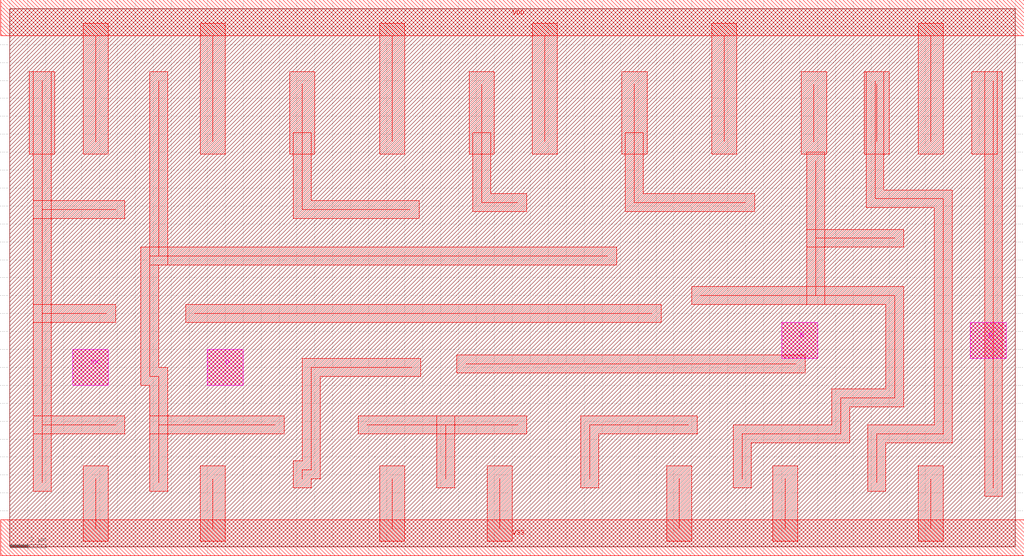
<source format=lef>
# LEF file for qflow created by Seijiro Moriyama 
# original lef files are generated by ALSI Mr. Yamada
#
# Contains LEF for all bins.
# Options:  [x] Antenna
#      [x] Geometry
#      [x] Technology

VERSION 5.4 ;
NAMESCASESENSITIVE ON ;
BUSBITCHARS "[]" ;
DIVIDERCHAR "/" ;
UNITS
 DATABASE MICRONS 1000 ;
END UNITS

USEMINSPACING OBS ON ;
USEMINSPACING PIN OFF ;
CLEARANCEMEASURE EUCLIDEAN ;


MANUFACTURINGGRID 0.1 ;

LAYER nwell
 TYPE	MASTERSLICE ;
END nwell

LAYER nactive
 TYPE	MASTERSLICE ;
END nactive

LAYER pactive
 TYPE	MASTERSLICE ;
END pactive

LAYER poly
 TYPE	MASTERSLICE ;
END poly

LAYER cc
 TYPE	CUT ;
 SPACING	0.9 ;
END cc

LAYER ML1
 TYPE		ROUTING ;
 DIRECTION	HORIZONTAL ;
 PITCH		2 ;
 OFFSET	1 ;
 WIDTH		1 ;
 SPACING	1 ;
 RESISTANCE	RPERSQ 0.07 ;
 CAPACITANCE	CPERSQDIST 3e-05 ;
END ML1

LAYER via1
 TYPE	CUT ;
 SPACING	0.5 ;
END via1

LAYER ML2
 TYPE		ROUTING ;
 DIRECTION	VERTICAL ;
 PITCH		2 ;
 OFFSET	1 ;
 WIDTH		1 ;
 SPACING	1 ;
 RESISTANCE	RPERSQ 0.07 ;
 CAPACITANCE	CPERSQDIST 1.7e-05 ;
END ML2

LAYER via2
 TYPE	CUT ;
 SPACING	0.5 ;
END via2

LAYER ML3
 TYPE		ROUTING ;
 DIRECTION	HORIZONTAL ;
 PITCH		2 ;
 OFFSET	1 ;
 WIDTH		1 ;
 SPACING	1 ;
 RESISTANCE	RPERSQ 0.07 ;
 CAPACITANCE	CPERSQDIST 7e-06 ;
END ML3

LAYER via3
 TYPE	CUT ;
 SPACING	0.5 ;
END via3

#LAYER metal4
# TYPE		ROUTING ;
# DIRECTION	VERTICAL ;
# PITCH		3.2 ;
# OFFSET	1.6 ;
# WIDTH		1.2 ;
# SPACING	1.2 ;
# RESISTANCE	RPERSQ 0.04 ;
# CAPACITANCE	CPERSQDIST 4e-06 ;
#END metal4

VIA M2_M1 DEFAULT
 LAYER ML1 ;
  RECT -1.0 -1.0 1.0 1.0 ;
 LAYER via1 ;
  RECT -0.5 -0.5 0.5 0.5 ;
 LAYER ML2 ;
  RECT -1.0 -1.0 1.0 1.0 ;
END M2_M1

VIA M3_M2 DEFAULT
 LAYER ML2 ;
  RECT -1.0 -1.0 1.0 1.0 ;
 LAYER via2 ;
  RECT -0.5 -0.5 0.5 0.5 ;
 LAYER ML3 ;
  RECT -1.0 -1.0 1.0 1.0 ;
END M3_M2

#VIA M4_M3 DEFAULT
# LAYER ML3 ;
#  RECT -0.400 -0.400 0.400 0.400 ;
# LAYER via3 ;
#  RECT -0.200 -0.200 0.200 0.200 ;
# LAYER metal4 ;
#  RECT -0.600 -0.600 0.600 0.600 ;
#END M4_M3


VIARULE viagen21 GENERATE
 LAYER ML1 ;
  DIRECTION HORIZONTAL ;
  WIDTH 1.0 TO 60 ;
  OVERHANG 0.2 ;
  METALOVERHANG 0 ;
 LAYER ML2 ;
  DIRECTION VERTICAL ;
  WIDTH 1.0 TO 60 ;
  OVERHANG 0.2 ;
  METALOVERHANG 0 ;
 LAYER via1 ;
  RECT -0.5 -0.5 0.5 0.5 ;
  SPACING 1 BY 1 ;
END viagen21

VIARULE viagen32 GENERATE
 LAYER ML3 ;
  DIRECTION HORIZONTAL ;
  WIDTH 1.0 TO 60 ;
  OVERHANG 0.2 ;
  METALOVERHANG 0 ;
 LAYER ML2 ;
  DIRECTION VERTICAL ;
  WIDTH 1.0 TO 60 ;
  OVERHANG 0.2 ;
  METALOVERHANG 0 ;
 LAYER via2 ;
  RECT -0.5 -0.5 0.5 0.5 ;
  SPACING 1 BY 1 ;
END viagen32

#VIARULE viagen43 GENERATE
# LAYER ML3 ;
#  DIRECTION HORIZONTAL ;
#  WIDTH 0.6 TO 60 ;
#  OVERHANG 0.4 ;
#  METALOVERHANG 0 ;
# LAYER metal4 ;
#  DIRECTION VERTICAL ;
#  WIDTH 0.6 TO 60 ;
#  OVERHANG 0.4 ;
#  METALOVERHANG 0 ;
# LAYER via3 ;
#  RECT -0.2 -0.2 0.2 0.2 ;
#  SPACING 1.2 BY 1.2 ;
#END viagen43

VIARULE TURN1 GENERATE
 LAYER ML1 ;
  DIRECTION HORIZONTAL ;
 LAYER ML1 ;
  DIRECTION VERTICAL ;
END TURN1

VIARULE TURN2 GENERATE
 LAYER ML2 ;
  DIRECTION HORIZONTAL ;
 LAYER ML2 ;
  DIRECTION VERTICAL ;
END TURN2

VIARULE TURN3 GENERATE
 LAYER ML3 ;
  DIRECTION HORIZONTAL ;
 LAYER ML3 ;
  DIRECTION VERTICAL ;
END TURN3

#VIARULE TURN4 GENERATE
# LAYER metal4 ;
#  DIRECTION HORIZONTAL ;
# LAYER metal4 ;
#  DIRECTION VERTICAL ;
#END TURN4

SITE corner
  CLASS	PAD ;
  SYMMETRY	R90 Y ;
  SIZE	300.000 BY 300.000 ;
END corner

SITE IO
  CLASS	PAD ;
  SYMMETRY	Y ;
  SIZE	90.000 BY 300.000 ;
END IO

SITE core
  CLASS	CORE ;
  SYMMETRY	Y ;
  SIZE	1.600 BY 30.000 ;
END core

MACRO FILL
 CLASS CORE ;
 FOREIGN FILL 0.000 0.000 ;
 ORIGIN 0.000 0.000 ;
 SIZE 1.600 BY 30.000 ;
 SYMMETRY X Y ;
 SITE core ;
 PIN gnd
  DIRECTION INOUT ;
  USE GROUND ;
  SHAPE ABUTMENT ;
  PORT
   LAYER ML1 ;
    RECT -0.400 -0.600 2.000 0.600 ;
  END
 END gnd
 PIN vdd
  DIRECTION INOUT ;
  USE POWER ;
  SHAPE ABUTMENT ;
  PORT
   LAYER ML1 ;
    RECT -0.400 29.400 2.000 30.600 ;
  END
 END vdd
END FILL

MACRO dcont
 CLASS CORE ;
 SIZE 2.0 BY 2.0 ;
 OBS
  LAYER ML1 ;
   RECT -1.000 -1.000 1.000 1.000 ;
 END
END dcont

MACRO nsubcont
 CLASS CORE ;
 SIZE 2.0 BY 2.0 ;
 OBS
  LAYER ML1 ;
   RECT -1.000 -1.000 1.000 1.000 ;
 END
END nsubcont

MACRO pcont
 CLASS CORE ;
 SIZE 2.0 BY 2.0 ;
 OBS
  LAYER ML1 ;
   RECT -1.000 -1.000 1.000 1.000 ;
 END
END pcont

MACRO psubcont
 CLASS CORE ;
 SIZE 2.0 BY 2.0 ;
 OBS
  LAYER ML1 ;
   RECT -1.000 -1.000 1.000 1.000 ;
 END
END psubcont


MACRO an21
  CLASS CORE ;
  SOURCE USER ;
  ORIGIN 0 0 ;
  SIZE 12.500 BY 30.000 ;
  SYMMETRY X Y ;
  SITE unit ;
 
  PIN A
    DIRECTION INPUT ;
    USE SIGNAL ;
    PORT
      LAYER ML2 ;
        POLYGON 1.000 9.700  1.000 11.700  3.000 11.700  3.000 9.700  1.000 9.700 ;
      LAYER ML1 ;
        POLYGON 1.000 9.700  1.000 11.700  3.000 11.700  3.000 9.700  1.000 9.700 ;
    END
  END A
  PIN B
    DIRECTION INPUT ;
    USE SIGNAL ;
    PORT
      LAYER ML2 ;
        POLYGON 4.000 12.500  4.000 14.500  6.000 14.500  6.000 12.500  4.000 12.500 ;
      LAYER ML1 ;
        POLYGON 4.000 12.500  4.000 14.500  6.000 14.500  6.000 12.500  4.000 12.500 ;
    END
  END B
  PIN VDD
    DIRECTION INOUT ;
    USE POWER ;
    PORT
      LAYER ML1 ;
        RECT -0.500 28.500  13.000 30.500 ;
    END
  END VDD
  PIN VSS
    DIRECTION INOUT ;
    USE GROUND ;
    PORT
      LAYER ML1 ;
        RECT -0.500 -0.500  13.000 1.500 ;
    END
  END VSS
  PIN Y
    DIRECTION OUTPUT ;
    USE SIGNAL ;
    PORT
      LAYER ML2 ;
        POLYGON 10.000 12.500  10.000 14.500  12.000 14.500  12.000 12.500  10.000 12.500 ;
      LAYER ML1 ;
        WIDTH 1.000 ;
        PATH 10.800 20.500 10.800 6.500 9.800 6.500 9.800 3.800 ;
    END
  END Y
  OBS
    LAYER ML1 ;
      WIDTH 1.400  ;
      PATH 7.800 21.300 7.800 28.500  ;
      WIDTH 1.400  ;
      PATH 10.800 21.300 10.800 24.500  ;
      WIDTH 1.000  ;
      PATH 6.800 1.000 6.800 3.800  ;
      WIDTH 1.000  ;
      PATH 4.800 20.500 4.800 18.000 7.800 18.000 7.800 10.500 4.500 10.500 
      4.500 8.200 1.800 8.200 1.800 3.800  ;
      WIDTH 1.400  ;
      PATH 1.800 21.300 1.800 28.500  ;
      WIDTH 1.400  ;
      PATH 4.800 21.300 4.800 24.500  ;
    VIA 1.800 22.500  dcont ;
    VIA 1.800 20.500  dcont ;
    VIA 1.800 3.800  dcont ;
    VIA 1.800 24.500  dcont ;
    VIA 4.800 22.500  dcont ;
    VIA 4.800 20.500  dcont ;
    VIA 4.800 24.500  dcont ;
    VIA 6.800 3.800  dcont ;
    VIA 7.800 24.500  dcont ;
    VIA 7.800 22.500  dcont ;
    VIA 7.800 20.500  dcont ;
    VIA 9.800 3.800  dcont ;
    VIA 10.800 20.500  dcont ;
    VIA 10.800 22.500  dcont ;
    VIA 10.800 24.500  dcont ;
    VIA 5.000 13.500  pcont ;
    VIA 5.500 29.500  nsubcont ;
    VIA 8.300 10.500  pcont ;
    VIA 2.000 10.700  pcont ;
    VIA 5.000 0.500  psubcont ;
  END
END an21
MACRO an31
  CLASS CORE ;
  SOURCE USER ;
  ORIGIN 0 0 ;
  SIZE 15.500 BY 30.000 ;
  SYMMETRY X Y ;
  SITE unit ;
  PIN A
    DIRECTION INPUT ;
    USE SIGNAL ;
    PORT
      LAYER ML1 ;
        POLYGON 1.000 9.700  1.000 11.700  3.000 11.700  3.000 9.700  1.000 9.700 ;
      LAYER ML2 ;
        POLYGON 1.000 9.700  1.000 11.700  3.000 11.700  3.000 9.700  1.000 9.700 ;
    END
  END A
  PIN B
    DIRECTION INPUT ;
    USE SIGNAL ;
    PORT
      LAYER ML1 ;
        POLYGON 4.000 12.500  4.000 14.500  6.000 14.500  6.000 12.500  4.000 12.500 ;
      LAYER ML2 ;
        POLYGON 4.000 12.500  4.000 14.500  6.000 14.500  6.000 12.500  4.000 12.500 ;
    END
  END B
  PIN C
    DIRECTION INPUT ;
    USE SIGNAL ;
    PORT
      LAYER ML1 ;
        POLYGON 7.000 9.700  7.000 11.700  9.000 11.700  9.000 9.700  7.000 9.700 ;
      LAYER ML2 ;
        POLYGON 7.000 9.700  7.000 11.700  9.000 11.700  9.000 9.700  7.000 9.700 ;
    END
  END C
  PIN VDD
    DIRECTION INOUT ;
    USE POWER ;
    PORT
      LAYER ML1 ;
        RECT -0.500 28.500  16.000 30.500 ;
    END
  END VDD
  PIN VSS
    DIRECTION INOUT ;
    USE GROUND ;
    PORT
      LAYER ML1 ;
        RECT -0.500 -0.500  16.000 1.500 ;
    END
  END VSS
  PIN Y
    DIRECTION OUTPUT ;
    USE SIGNAL ;
    PORT
      LAYER ML2 ;
        POLYGON 13.000 12.700  13.000 14.700  15.000 14.700  15.000 12.700  13.000 12.700 ;
      LAYER ML1 ;
        WIDTH 1.000  ;
        PATH 13.800 20.500 13.800 3.800 11.800 3.800  ;
    END
  END Y
  OBS
    LAYER ML1 ;
      WIDTH 1.400  ;
      PATH 1.800 21.300 1.800 24.500  ;
      WIDTH 1.400  ;
      PATH 4.800 21.300 4.800 28.500  ;
      WIDTH 1.000  ;
      PATH 1.800 20.500 1.800 18.000 10.800 18.000 10.800 8.200 1.800 8.200 1.800 3.800  ;
      WIDTH 1.000  ;
      PATH 7.800 20.500 7.800 18.000  ;
      WIDTH 1.400  ;
      PATH 7.800 21.300 7.800 24.500  ;
      WIDTH 1.000  ;
      PATH 8.800 1.000 8.800 3.800  ;
      WIDTH 1.400  ;
      PATH 10.800 21.300 10.800 28.500  ;
      WIDTH 1.400  ;
      PATH 10.800 21.300 10.800 24.500  ;
      WIDTH 1.400  ;
      PATH 13.800 21.300 13.800 24.500  ;
    VIA 1.800 22.500  dcont ;
    VIA 1.800 20.500  dcont ;
    VIA 1.800 3.800  dcont ;
    VIA 1.800 24.500  dcont ;
    VIA 4.800 22.500  dcont ;
    VIA 4.800 20.500  dcont ;
    VIA 4.800 24.500  dcont ;
    VIA 7.800 24.500  dcont ;
    VIA 7.800 22.500  dcont ;
    VIA 7.800 20.500  dcont ;
    VIA 8.800 3.800  dcont ;
    VIA 10.800 24.500  dcont ;
    VIA 10.800 22.500  dcont ;
    VIA 10.800 20.500  dcont ;
    VIA 11.800 3.800  dcont ;
    VIA 13.800 20.500  dcont ;
    VIA 13.800 22.500  dcont ;
    VIA 13.800 24.500  dcont ;
    VIA 5.000 13.500  pcont ;
    VIA 5.500 29.500  nsubcont ;
    VIA 8.000 10.700  pcont ;
    VIA 11.300 10.500  pcont ;
    VIA 2.000 10.700  pcont ;
    VIA 5.000 0.500  psubcont ;
    VIA 2.000 10.700  Via ;
    VIA 8.000 10.700  Via ;
    VIA 5.000 13.500  Via ;
    VIA 14.000 13.700  Via ;
  END
END an31
MACRO an41
  CLASS CORE ;
  SOURCE USER ;
  ORIGIN 0 0 ;
  SIZE 18.500 BY 30.000 ;
  SYMMETRY X Y ;
  SITE unit ;
  PIN A
    DIRECTION INPUT ;
    USE SIGNAL ;
    PORT
      LAYER ML2 ;
        POLYGON 1.000 15.500  1.000 17.500  3.000 17.500  3.000 15.500  1.000 15.500 ;
      LAYER ML1 ;
        POLYGON 1.000 15.500  1.000 17.500  3.000 17.500  3.000 15.500  1.000 15.500 ;
    END
  END A
  PIN B
    DIRECTION INPUT ;
    USE SIGNAL ;
    PORT
      LAYER ML2 ;
        POLYGON 4.000 12.500  4.000 14.500  6.000 14.500  6.000 12.500  4.000 12.500 ;
      LAYER ML1 ;
        POLYGON 4.000 12.500  4.000 14.500  6.000 14.500  6.000 12.500  4.000 12.500 ;
    END
  END B
  PIN C
    DIRECTION INPUT ;
    USE SIGNAL ;
    PORT
      LAYER ML2 ;
        POLYGON 7.000 9.700  7.000 11.700  9.000 11.700  9.000 9.700  7.000 9.700 ;
      LAYER ML1 ;
        POLYGON 7.000 9.700  7.000 11.700  9.000 11.700  9.000 9.700  7.000 9.700 ;
    END
  END C
  PIN D
    DIRECTION INPUT ;
    PORT
      LAYER ML2 ;
        POLYGON 10.000 12.500  10.000 14.500  12.000 14.500  12.000 12.500  10.000 12.500 ;
      LAYER ML1 ;
        POLYGON 10.000 12.500  10.000 14.500  12.000 14.500  12.000 12.500  10.000 12.500 ;
    END
  END D
  PIN VDD
    DIRECTION INOUT ;
    PORT
      LAYER ML1 ;
        RECT -0.500 28.500  19.000 30.500 ;
    END
  END VDD
  PIN VSS
    DIRECTION INOUT ;
    PORT
      LAYER ML1 ;
        RECT -0.500 -0.500  19.000 1.500 ;
    END
  END VSS
  PIN Y
    DIRECTION OUTPUT ;
    PORT
      LAYER ML1 ;
        WIDTH 1.000  ;
        PATH 16.800 20.500 16.800 8.000 13.800 8.000 13.800 3.800  ;
      LAYER ML2 ;
        POLYGON 16.000 12.700  16.000 14.700  18.000 14.700  18.000 12.700  16.000 12.700 ;
    END
  END Y
  OBS
    LAYER ML1 ;
      WIDTH 1.400  ;
      PATH 1.800 21.300 1.800 28.500  ;
      WIDTH 1.000  ;
      PATH 1.800 1.000 1.800 3.800  ;
      WIDTH 1.400  ;
      PATH 4.800 21.300 4.800 24.500  ;
      WIDTH 1.400  ;
      PATH 7.800 21.300 7.800 28.500  ;
      WIDTH 1.000  ;
      PATH 4.800 20.500 4.800 18.000 13.800 18.000 13.800 10.000 10.800 10.000 10.800 3.800  ;
      WIDTH 1.000  ;
      PATH 10.800 20.500 10.800 18.000  ;
      WIDTH 1.400  ;
      PATH 10.800 21.300 10.800 24.500  ;
      WIDTH 1.400  ;
      PATH 13.800 21.300 13.800 28.500  ;
      WIDTH 1.400  ;
      PATH 13.800 21.300 13.800 24.500  ;
      WIDTH 1.400  ;
      PATH 16.800 21.300 16.800 24.500  ;
    VIA 1.800 22.500  dcont ;
    VIA 1.800 20.500  dcont ;
    VIA 1.800 3.800  dcont ;
    VIA 1.800 24.500  dcont ;
    VIA 4.800 22.500  dcont ;
    VIA 4.800 20.500  dcont ;
    VIA 4.800 24.500  dcont ;
    VIA 7.800 24.500  dcont ;
    VIA 7.800 22.500  dcont ;
    VIA 7.800 20.500  dcont ;
    VIA 10.800 3.800  dcont ;
    VIA 10.800 20.500  dcont ;
    VIA 10.800 22.500  dcont ;
    VIA 10.800 24.500  dcont ;
    VIA 13.800 24.500  dcont ;
    VIA 13.800 22.500  dcont ;
    VIA 13.800 20.500  dcont ;
    VIA 13.800 3.800  dcont ;
    VIA 16.800 20.500  dcont ;
    VIA 16.800 22.500  dcont ;
    VIA 16.800 24.500  dcont ;
    VIA 14.300 10.500  pcont ;
    VIA 11.000 13.500  pcont ;
    VIA 8.000 10.700  pcont ;
    VIA 5.500 29.500  nsubcont ;
    VIA 5.000 13.500  pcont ;
    VIA 2.000 16.500  pcont ;
    VIA 5.000 0.500  psubcont ;
    VIA 17.000 13.700  Via ;
    VIA 11.000 13.500  Via ;
    VIA 8.000 10.700  Via ;
    VIA 5.000 13.500  Via ;
    VIA 2.000 16.500  Via ;
  END
END an41
MACRO buf1
  CLASS CORE ;
  SOURCE USER ;
  ORIGIN 0 0 ;
  SIZE 9.500 BY 30.000 ;
  SYMMETRY X Y ;
  SITE unit ;
  PIN A
    DIRECTION INPUT ;
    USE SIGNAL ;
    PORT
      LAYER ML1 ;
        POLYGON 1.000 14.500  1.000 16.500  3.000 16.500  3.000 14.500  1.000 14.500 ;
      LAYER ML2 ;
        POLYGON 1.000 14.500  1.000 16.500  3.000 16.500  3.000 14.500  1.000 14.500 ;
    END
  END A
  PIN VDD
    DIRECTION INOUT ;
    USE POWER ;
    PORT
      LAYER ML1 ;
        RECT -0.500 28.500  10.000 30.500 ;
    END
  END VDD
  PIN VSS
    DIRECTION INOUT ;
    USE GROUND ;
    PORT
      LAYER ML1 ;
        RECT -0.500 -0.500  10.000 1.500 ;
    END
  END VSS
  PIN Y
    DIRECTION OUTPUT ;
    USE SIGNAL ;
    PORT
      LAYER ML2 ;
        POLYGON 7.000 13.800  7.000 15.800  9.000 15.800  9.000 13.800  7.000 13.800 ;
      LAYER ML1 ;
        WIDTH 1.000 ;
        PATH 7.800 3.900 7.800 20.500 ;
    END
  END Y
  OBS
    LAYER ML1 ;
      WIDTH 1.000  ;
      PATH 7.800 3.900 7.800 20.500  ;
      WIDTH 1.400  ;
      PATH 7.800 21.300 7.800 24.500  ;
      WIDTH 1.000  ;
      PATH 1.800 20.500 1.800 18.000 4.500 18.000 4.500 7.500 1.800 7.500 
      1.800 3.800  ;
      WIDTH 1.400  ;
      PATH 1.800 21.300 1.800 24.500  ;
      WIDTH 1.000  ;
      PATH 4.800 1.000 4.800 3.800  ;
      WIDTH 1.400  ;
      PATH 4.800 21.300 4.800 28.500  ;
    VIA 1.800 24.500  dcont ;
    VIA 1.800 3.800  dcont ;
    VIA 1.800 20.500  dcont ;
    VIA 1.800 22.500  dcont ;
    VIA 4.800 3.800  dcont ;
    VIA 4.800 24.500  dcont ;
    VIA 4.800 20.500  dcont ;
    VIA 4.800 22.500  dcont ;
    VIA 7.800 24.500  dcont ;
    VIA 7.800 22.500  dcont ;
    VIA 7.800 20.500  dcont ;
    VIA 7.800 3.800  dcont ;
    VIA 5.300 11.500  pcont ;
    VIA 5.000 29.500  nsubcont ;
    VIA 2.000 15.500  pcont ;
    VIA 5.000 0.500  psubcont ;
  END
END buf1
MACRO buf2
  CLASS CORE ;
  SOURCE USER ;
  ORIGIN 0 0 ;
  SIZE 12.500 BY 30.000 ;
  SYMMETRY X Y ;
  SITE unit ;
  
  PIN A
    DIRECTION INPUT ;
    USE SIGNAL ;
    PORT
      LAYER ML2 ;
        POLYGON 1.000 14.500  1.000 16.500  3.000 16.500  3.000 14.500  1.000 14.500 ;
      LAYER ML1 ;
        POLYGON 1.000 14.500  1.000 16.500  3.000 16.500  3.000 14.500  1.000 14.500 ;
    END
  END A
  PIN VDD
    DIRECTION INOUT ;
    USE POWER ;
    PORT
      LAYER ML1 ;
        RECT -0.500 28.500  13.000 30.500 ;
    END
  END VDD
  PIN VSS
    DIRECTION INOUT ;
    USE GROUND ;
    PORT
      LAYER ML1 ;
        RECT -0.500 -0.500  13.000 1.500 ;
    END
  END VSS
  PIN Y
    DIRECTION OUTPUT ;
    USE SIGNAL ;
    PORT
      LAYER ML1 ;
        WIDTH 1.000 ;
        PATH 7.800 3.900 7.800 20.500 ;
      LAYER ML2 ;
        POLYGON 7.000 13.800  7.000 15.800  9.000 15.800  9.000 13.800  7.000 13.800 ;
    END
  END Y
  OBS
    LAYER ML1 ;
      WIDTH 1.400  ;
      PATH 1.800 21.300 1.800 24.500  ;
      WIDTH 1.000  ;
      PATH 1.800 20.500 1.800 18.000 4.500 18.000 4.500 7.500 1.800 7.500 
      1.800 3.800  ;
      WIDTH 1.400  ;
      PATH 4.800 21.300 4.800 28.500  ;
      WIDTH 1.000  ;
      PATH 4.800 1.000 4.800 3.800  ;
      WIDTH 1.400  ;
      PATH 7.800 21.300 7.800 24.500  ;
      WIDTH 1.000  ;
      PATH 7.800 3.900 7.800 20.500  ;
      WIDTH 1.000  ;
      PATH 10.800 1.000 10.800 3.800  ;
      WIDTH 1.400  ;
      PATH 10.800 21.300 10.800 28.500  ;
      WIDTH 1.400  ;
      PATH 10.800 21.300 10.800 24.500  ;

    VIA 1.800 24.500  dcont ;
    VIA 1.800 3.800  dcont ;
    VIA 1.800 20.500  dcont ;
    VIA 1.800 22.500  dcont ;
    VIA 4.800 3.800  dcont ;
    VIA 4.800 24.500  dcont ;
    VIA 4.800 20.500  dcont ;
    VIA 4.800 22.500  dcont ;
    VIA 7.800 24.500  dcont ;
    VIA 7.800 22.500  dcont ;
    VIA 7.800 20.500  dcont ;
    VIA 7.800 3.800  dcont ;
    VIA 10.800 3.800  dcont ;
    VIA 10.800 20.500  dcont ;
    VIA 10.800 22.500  dcont ;
    VIA 10.800 24.500  dcont ;
    VIA 5.000 29.500  nsubcont ;
    VIA 5.300 11.500  pcont ;
    VIA 2.000 15.500  pcont ;
    VIA 5.000 0.500  psubcont ;
  END
END buf2
MACRO buf4
  CLASS CORE ;
  SOURCE USER ;
  ORIGIN 0 0 ;
  SIZE 18.500 BY 30.000 ;
  SYMMETRY X Y ;
  SITE unit ;
  
  PIN A
    DIRECTION INPUT ;
    USE SIGNAL ;
    PORT
      LAYER ML2 ;
        POLYGON 1.000 14.500  1.000 16.500  3.000 16.500  3.000 14.500  1.000 14.500 ;
      LAYER ML1 ;
        POLYGON 1.000 14.500  1.000 16.500  3.000 16.500  3.000 14.500  1.000 14.500 ;
    END
  END A
  PIN VDD
    DIRECTION INOUT ;
    USE POWER ;
    PORT
      LAYER ML1 ;
        RECT -0.500 28.500  19.000 30.500 ;
    END
  END VDD
  PIN VSS
    DIRECTION INOUT ;
    USE GROUND ;
    PORT
      LAYER ML1 ;
        RECT -0.500 -0.500  19.000 1.500 ;
    END
  END VSS
  PIN Y
    DIRECTION OUTPUT ;
    USE SIGNAL ;
    PORT
      LAYER ML1 ;
        WIDTH 1.000 ;
        PATH 13.800 3.900 13.800 20.500 ;
      LAYER ML2 ;
        POLYGON 13.000 15.000  13.000 17.000  15.000 17.000  15.000 15.000  13.000 15.000 ;
    END
  END Y
  OBS
    LAYER ML1 ;
      WIDTH 1.400  ;
      PATH 1.800 21.300 1.800 24.500  ;
      WIDTH 1.000  ;
      PATH 1.800 20.500 1.800 18.000 4.500 18.000 4.500 7.500 1.800 7.500 
      1.800 3.800  ;
      WIDTH 1.400  ;
      PATH 4.800 21.300 4.800 28.500  ;
      WIDTH 1.000  ;
      PATH 4.800 1.000 4.800 3.800  ;
      WIDTH 1.400  ;
      PATH 7.800 21.300 7.800 24.500  ;
      WIDTH 1.000  ;
      PATH 7.800 3.900 7.800 20.500  ;
      WIDTH 1.000  ;
      PATH 10.800 1.000 10.800 3.800  ;
      WIDTH 1.400  ;
      PATH 10.800 21.300 10.800 28.500  ;
      WIDTH 1.400  ;
      PATH 10.800 21.300 10.800 24.500  ;
      WIDTH 1.000  ;
      PATH 8.300 7.500 13.300 7.500  ;
      WIDTH 1.000  ;
      PATH 8.300 8.500 13.300 8.500  ;
      WIDTH 1.000  ;
      PATH 13.800 3.900 13.800 20.500  ;
      WIDTH 1.400  ;
      PATH 16.800 21.300 16.800 28.500  ;
      WIDTH 1.000  ;
      PATH 16.800 1.000 16.800 3.800  ;

    VIA 1.800 24.500  dcont ;
    VIA 1.800 3.800  dcont ;
    VIA 1.800 20.500  dcont ;
    VIA 1.800 22.500  dcont ;
    VIA 4.800 3.800  dcont ;
    VIA 4.800 24.500  dcont ;
    VIA 4.800 20.500  dcont ;
    VIA 4.800 22.500  dcont ;
    VIA 7.800 24.500  dcont ;
    VIA 7.800 22.500  dcont ;
    VIA 7.800 20.500  dcont ;
    VIA 7.800 3.800  dcont ;
    VIA 10.800 3.800  dcont ;
    VIA 10.800 20.500  dcont ;
    VIA 10.800 22.500  dcont ;
    VIA 10.800 24.500  dcont ;
    VIA 13.800 20.500  dcont ;
    VIA 13.800 22.500  dcont ;
    VIA 13.800 24.500  dcont ;
    VIA 13.800 3.800  dcont ;
    VIA 16.800 20.500  dcont ;
    VIA 16.800 22.500  dcont ;
    VIA 16.800 24.500  dcont ;
    VIA 16.800 3.800  dcont ;
    VIA 5.000 29.500  nsubcont ;
    VIA 5.300 11.500  pcont ;
    VIA 2.000 15.500  pcont ;
    VIA 5.000 0.500  psubcont ;
  END
END buf4
MACRO buf8
  CLASS CORE ;
  SOURCE USER ;
  ORIGIN 0 0 ;
  SIZE 30.500 BY 30.000 ;
  SYMMETRY X Y ;
  SITE unit ;
  
  PIN A
    DIRECTION INPUT ;
    USE SIGNAL ;
    PORT
      LAYER ML2 ;
        POLYGON 1.000 14.500  1.000 16.500  3.000 16.500  3.000 14.500  1.000 14.500 ;
      LAYER ML1 ;
        POLYGON 1.000 14.500  1.000 16.500  3.000 16.500  3.000 14.500  1.000 14.500 ;
    END
  END A
  PIN VDD
    DIRECTION INOUT ;
    USE POWER ;
    PORT
      LAYER ML1 ;
        RECT -0.500 28.500  31.000 30.500 ;
    END
  END VDD
  PIN VSS
    DIRECTION INOUT ;
    USE GROUND ;
    PORT
      LAYER ML1 ;
        RECT -0.500 -0.500  31.000 1.500 ;
    END
  END VSS
  PIN Y
    DIRECTION OUTPUT ;
    USE SIGNAL ;
    PORT
      LAYER ML1 ;
        WIDTH 1.000 ;
        PATH 25.800 3.900 25.800 20.500 ;
      LAYER ML2 ;
        POLYGON 25.000 13.800  25.000 15.800  27.000 15.800  27.000 13.800  25.000 13.800 ;
    END
  END Y
  OBS

    LAYER ML1 ;
      WIDTH 1.400  ;
      PATH 1.800 21.300 1.800 24.500  ;
      WIDTH 1.000  ;
      PATH 1.800 20.500 1.800 18.000 4.500 18.000 4.500 7.500 1.800 7.500 
      1.800 3.800  ;
      WIDTH 1.400  ;
      PATH 4.800 21.300 4.800 28.500  ;
      WIDTH 1.000  ;
      PATH 4.800 1.000 4.800 3.800  ;
      WIDTH 1.400  ;
      PATH 7.800 21.300 7.800 24.500  ;
      WIDTH 1.000  ;
      PATH 7.800 3.900 7.800 20.500  ;
      WIDTH 1.000  ;
      PATH 10.800 1.000 10.800 3.800  ;
      WIDTH 1.400  ;
      PATH 10.800 21.300 10.800 28.500  ;
      WIDTH 1.400  ;
      PATH 10.800 21.300 10.800 24.500  ;
      WIDTH 1.000  ;
      PATH 13.800 3.900 13.800 20.500  ;
      WIDTH 1.400  ;
      PATH 13.800 21.300 13.800 24.500  ;

      WIDTH 1.400  ;
      PATH 16.800 21.300 16.800 28.500  ;
      WIDTH 1.000  ;
      PATH 16.800 1.000 16.800 3.800  ;
      WIDTH 1.000  ;
      PATH 8.300 7.500 25.300 7.500  ;
      WIDTH 1.000  ;
      PATH 8.300 8.500 25.300 8.500  ;
      WIDTH 1.400  ;
      PATH 19.800 21.300 19.800 24.500  ;
      WIDTH 1.000  ;
      PATH 19.800 3.900 19.800 20.500  ;
      WIDTH 1.400  ;
      PATH 22.800 21.300 22.800 24.500  ;
      WIDTH 1.400  ;
      PATH 22.800 21.300 22.800 28.500  ;
      WIDTH 1.000  ;
      PATH 22.800 1.000 22.800 3.800  ;
      WIDTH 1.400  ;
      PATH 25.800 21.300 25.800 24.500  ;
      WIDTH 1.000  ;
      PATH 25.800 3.900 25.800 20.500  ;
      WIDTH 1.400  ;
      PATH 28.800 21.300 28.800 28.500  ;
      WIDTH 1.000  ;
      PATH 28.800 1.000 28.800 3.800  ;

    VIA 1.800 24.500  dcont ;
    VIA 1.800 3.800  dcont ;
    VIA 1.800 20.500  dcont ;
    VIA 1.800 22.500  dcont ;
    VIA 4.800 3.800  dcont ;
    VIA 4.800 24.500  dcont ;
    VIA 4.800 20.500  dcont ;
    VIA 4.800 22.500  dcont ;
    VIA 7.800 24.500  dcont ;
    VIA 7.800 22.500  dcont ;
    VIA 7.800 20.500  dcont ;
    VIA 7.800 3.800  dcont ;
    VIA 10.800 3.800  dcont ;
    VIA 10.800 20.500  dcont ;
    VIA 10.800 22.500  dcont ;
    VIA 10.800 24.500  dcont ;
    VIA 13.800 20.500  dcont ;
    VIA 13.800 22.500  dcont ;
    VIA 13.800 24.500  dcont ;
    VIA 13.800 3.800  dcont ;
    VIA 16.800 20.500  dcont ;
    VIA 16.800 22.500  dcont ;
    VIA 16.800 24.500  dcont ;
    VIA 16.800 3.800  dcont ;
    VIA 19.800 20.500  dcont ;
    VIA 19.800 22.500  dcont ;
    VIA 19.800 24.500  dcont ;
    VIA 19.800 3.800  dcont ;
    VIA 22.800 24.500  dcont ;
    VIA 22.800 22.500  dcont ;
    VIA 22.800 20.500  dcont ;
    VIA 22.800 3.800  dcont ;
    VIA 25.800 24.500  dcont ;
    VIA 25.800 22.500  dcont ;
    VIA 25.800 20.500  dcont ;
    VIA 25.800 3.800  dcont ;
    VIA 28.800 24.500  dcont ;
    VIA 28.800 22.500  dcont ;
    VIA 28.800 20.500  dcont ;
    VIA 28.800 3.800  dcont ;
    VIA 5.300 11.500  pcont ;
    VIA 5.000 29.500  nsubcont ;
    VIA 22.900 0.500  psubcont ;
    VIA 2.000 15.500  pcont ;
    VIA 5.000 0.500  psubcont ;
    VIA 22.000 29.500  nsubcont ;
  END
END buf8
MACRO dff1
  CLASS CORE ;
  SOURCE USER ;
  ORIGIN 0 0 ;
  SIZE 52.000 BY 30.000 ;
  SYMMETRY X Y ;
  SITE unit ;
  
  PIN CK
    DIRECTION INPUT ;
    USE SIGNAL ;
    PORT
      LAYER ML2 ;
        POLYGON 3.300 9.000  3.300 11.000  5.300 11.000  5.300 9.000  3.300 9.000 ;
      LAYER ML1 ;
        POLYGON 3.300 9.000  3.300 11.000  5.300 11.000  5.300 9.000  3.300 9.000 ;
    END
  END CK
  PIN D
    DIRECTION INPUT ;
    USE SIGNAL ;
    PORT
      LAYER ML1 ;
        POLYGON 11.000 9.000  11.000 11.000  13.000 11.000  13.000 9.000  11.000 9.000 ;
      LAYER ML2 ;
        POLYGON 11.000 9.000  11.000 11.000  13.000 11.000  13.000 9.000  11.000 9.000 ;
    END
  END D
  PIN Q
    DIRECTION OUTPUT ;
    USE SIGNAL ;
    PORT
      LAYER ML1 ;
        POLYGON 49.500 10.500  49.500 12.500  51.500 12.500  51.500 10.500  49.500 10.500 ;
      LAYER ML2 ;
        POLYGON 49.500 10.500  49.500 12.500  51.500 12.500  51.500 10.500  49.500 10.500 ;
    END
  END Q
  PIN VDD
    DIRECTION INOUT ;
    USE POWER ;
    PORT
      LAYER ML1 ;
        RECT -0.500 28.500  52.500 30.500 ;
    END
  END VDD
  PIN VSS
    DIRECTION INOUT ;
     USE GROUND ;
    PORT
      LAYER ML1 ;
        RECT -0.500 -0.500  52.500 1.500 ;
    END
  END VSS
  OBS

    LAYER ML1 ;
      WIDTH 1.400  ;
      PATH 1.800 22.600 1.800 25.800  ;

      WIDTH 1.400  ;
      PATH 50.300 22.600 50.300 25.800  ;
      WIDTH 1.000  ;
      PATH 1.800 3.800 1.800 21.800  ;
      WIDTH 1.000  ;
      PATH 5.800 18.800 1.800 18.800  ;
      WIDTH 1.000  ;
      PATH 5.300 13.000 1.800 13.000  ;
      WIDTH 1.000  ;
      PATH 5.800 6.800 1.800 6.800  ;
      WIDTH 1.000  ;
      PATH 8.300 25.800 8.300 16.200  ;
      WIDTH 1.000  ;
      PATH 14.800 6.800 8.300 6.800  ;
      WIDTH 1.000  ;
      PATH 8.300 3.600 8.300 9.500 7.800 9.500 7.800 16.200 31.300 16.200  ;
      WIDTH 1.000  ;
      PATH 16.300 21.800 16.300 18.800 22.300 18.800  ;
      WIDTH 1.000  ;
      PATH 26.800 19.200 25.000 19.200 25.000 21.300 24.300 21.300 24.300 
      21.800  ;
      WIDTH 1.000  ;
      PATH 38.800 19.200 32.800 19.200 32.800 21.800  ;
      WIDTH 1.000  ;
      PATH 41.300 25.800 41.300 3.700  ;
      WIDTH 1.000  ;
      PATH 45.300 8.800 41.300 8.800  ;
      WIDTH 1.000  ;
      PATH 36.800 14.000 41.300 14.000  ;
      WIDTH 1.000  ;
      PATH 45.300 17.200 41.300 17.200  ;
      WIDTH 1.000  ;
      PATH 20.300 6.800 26.800 6.800  ;
      WIDTH 1.000  ;
      PATH 24.300 6.800 24.300 3.700  ;
      WIDTH 1.000  ;
      PATH 32.800 3.800 32.800 6.800 38.800 6.800  ;
      WIDTH 1.000  ;
      PATH 44.300 3.800 44.300 6.300 48.000 6.300 48.000 19.400 44.200 19.400 
      44.200 21.800  ;
      WIDTH 1.000  ;
      PATH 50.800 3.300 50.800 26.000  ;
      WIDTH 1.400  ;
      PATH 7.800 22.600 7.800 25.800  ;
      WIDTH 1.400  ;
      PATH 16.300 22.600 16.300 25.800  ;
      WIDTH 1.400  ;
      PATH 24.300 22.600 24.300 25.800  ;
      WIDTH 1.400  ;
      PATH 32.800 22.600 32.800 25.800  ;
      WIDTH 1.400  ;
      PATH 40.800 22.600 40.800 25.800  ;
      WIDTH 1.400  ;
      PATH 44.300 22.600 44.300 25.800  ;
      WIDTH 1.400  ;
      PATH 50.300 22.600 50.300 25.800  ;

      WIDTH 1.400  ;
      PATH 4.800 3.800 4.800 1.500  ;
      WIDTH 1.400  ;
      PATH 11.300 3.800 11.300 1.500  ;
      WIDTH 1.400  ;
      PATH 21.300 3.800 21.300 1.500  ;
      WIDTH 1.400  ;
      PATH 27.800 3.800 27.800 1.500  ;
      WIDTH 1.400  ;
      PATH 37.800 3.800 37.800 1.500  ;
      WIDTH 1.400  ;
      PATH 47.300 3.800 47.300 1.500  ;
      WIDTH 1.400  ;
      PATH 4.800 21.800 4.800 28.500  ;
      WIDTH 1.400  ;
      PATH 11.300 21.800 11.300 28.500  ;
      WIDTH 1.400  ;
      PATH 21.300 21.800 21.300 28.500  ;
      WIDTH 1.400  ;
      PATH 27.800 21.800 27.800 28.500  ;
      WIDTH 1.400  ;
      PATH 37.800 21.800 37.800 28.500  ;
      WIDTH 1.400  ;
      PATH 47.300 21.800 47.300 28.500  ;

      WIDTH 1.000  ;
      PATH 10.300 13.000 34.000 13.000  ;
      WIDTH 1.000  ;
      PATH 22.300 10.000 16.800 10.000 16.800 4.300  ;

    VIA 22.300 18.700  pcont ;
    VIA 20.300 6.800  pcont ;
    VIA 17.300 16.000  pcont ;
    VIA 15.300 13.000  pcont ;
    VIA 14.800 6.800  pcont ;
    VIA 5.800 18.800  pcont ;
    VIA 10.300 13.000  pcont ;
    VIA 5.300 13.000  pcont ;
    VIA 5.800 6.800  pcont ;
    VIA 4.300 10.000  pcont ;
    VIA 12.000 10.000  pcont ;
    VIA 22.300 10.000  pcont ;
    VIA 26.800 6.800  pcont ;
    VIA 26.800 18.700  pcont ;
    VIA 28.800 13.000  pcont ;
    VIA 31.800 16.700  pcont ;
    VIA 33.800 13.700  pcont ;
    VIA 36.800 14.000  pcont ;
    VIA 38.800 6.800  pcont ;
    VIA 38.800 18.700  pcont ;
    VIA 45.300 8.800  pcont ;
    VIA 48.300 6.800  pcont ;
    VIA 48.300 18.900  pcont ;
    VIA 45.300 17.200  pcont ;
    VIA 46.000 0.500  psubcont ;
    VIA 27.700 0.500  psubcont ;
    VIA 10.200 0.500  psubcont ;
    VIA 27.700 29.500  nsubcont ;
    VIA 10.200 29.500  nsubcont ;
    VIA 46.000 29.500  nsubcont ;
    VIA 11.300 3.800  dcont ;
    VIA 16.300 3.800  dcont ;
    VIA 21.300 3.800  dcont ;
    VIA 24.300 3.800  dcont ;
    VIA 27.800 3.800  dcont ;
    VIA 32.800 3.800  dcont ;
    VIA 37.800 3.800  dcont ;
    VIA 40.800 3.800  dcont ;
    VIA 44.300 3.800  dcont ;
    VIA 47.300 3.800  dcont ;
    VIA 50.300 3.800  dcont ;
    VIA 7.800 3.800  dcont ;
    VIA 4.800 3.800  dcont ;
    VIA 1.800 3.800  dcont ;
    VIA 1.800 25.800  dcont ;
    VIA 1.800 23.800  dcont ;
    VIA 1.800 21.800  dcont ;
    VIA 4.800 21.800  dcont ;
    VIA 4.800 23.800  dcont ;
    VIA 4.800 25.800  dcont ;
    VIA 7.800 25.800  dcont ;
    VIA 7.800 23.800  dcont ;
    VIA 7.800 21.800  dcont ;
    VIA 11.300 21.800  dcont ;
    VIA 11.300 23.800  dcont ;
    VIA 11.300 25.800  dcont ;
    VIA 16.300 25.800  dcont ;
    VIA 16.300 23.800  dcont ;
    VIA 16.300 21.800  dcont ;
    VIA 21.300 21.800  dcont ;
    VIA 21.300 23.800  dcont ;
    VIA 21.300 25.800  dcont ;
    VIA 24.300 25.800  dcont ;
    VIA 24.300 23.800  dcont ;
    VIA 24.300 21.800  dcont ;
    VIA 27.800 21.800  dcont ;
    VIA 27.800 23.800  dcont ;
    VIA 27.800 25.800  dcont ;
    VIA 32.800 25.800  dcont ;
    VIA 32.800 23.800  dcont ;
    VIA 32.800 21.800  dcont ;
    VIA 37.800 21.800  dcont ;
    VIA 37.800 23.800  dcont ;
    VIA 37.800 25.800  dcont ;
    VIA 40.800 25.800  dcont ;
    VIA 40.800 23.800  dcont ;
    VIA 40.800 21.800  dcont ;
    VIA 44.300 25.800  dcont ;
    VIA 44.300 23.800  dcont ;
    VIA 44.300 21.800  dcont ;
    VIA 47.300 21.800  dcont ;
    VIA 47.300 23.800  dcont ;
    VIA 47.300 25.800  dcont ;
    VIA 50.300 25.800  dcont ;
    VIA 50.300 23.800  dcont ;
    VIA 50.300 21.800  dcont ;
  END
END dff1
MACRO dff1m2
  CLASS CORE ;
  SOURCE USER ;
  ORIGIN 0 0 ;
  SIZE 52.000 BY 30.000 ;
  SYMMETRY X Y ;
  SITE unit ;
 
  PIN CK
    DIRECTION INPUT ;
    USE SIGNAL ;
    PORT
      LAYER ML1 ;
        POLYGON 3.300 9.000  3.300 11.000  5.300 11.000  5.300 9.000  3.300 9.000 ;
      LAYER ML2 ;
        POLYGON 3.300 9.000  3.300 11.000  5.300 11.000  5.300 9.000  3.300 9.000 ;
    END
  END CK
  PIN D
    DIRECTION INPUT ;
    USE SIGNAL ;
    PORT
      LAYER ML1 ;
        POLYGON 11.000 9.000  11.000 11.000  13.000 11.000  13.000 9.000  11.000 9.000 ;
      LAYER ML2 ;
        POLYGON 11.000 9.000  11.000 11.000  13.000 11.000  13.000 9.000  11.000 9.000 ;
    END
  END D
  PIN Q
    DIRECTION OUTPUT ;
    USE SIGNAL ;
    PORT
      LAYER ML1 ;
        POLYGON 49.500 10.500  49.500 12.500  51.500 12.500  51.500 10.500  49.500 10.500 ;
      LAYER ML2 ;
        POLYGON 49.500 10.500  49.500 12.500  51.500 12.500  51.500 10.500  49.500 10.500 ;
    END
  END Q
  PIN VDD
    DIRECTION INOUT ;
    USE POWER ;
    PORT
      LAYER ML1 ;
        RECT -0.500 28.500  52.500 30.500 ;
    END
  END VDD
  PIN VSS
    DIRECTION INOUT ;
    USE GROUND ;
    PORT
      LAYER ML1 ;
        RECT -0.500 -0.500  52.500 1.500 ;
    END
  END VSS
  OBS

    LAYER ML1 ;
      WIDTH 1.000  ;
      PATH 1.800 26.000 1.800 3.600  ;
      WIDTH 1.400  ;
      PATH 1.800 22.600 1.800 25.800  ;
      WIDTH 1.000  ;
      PATH 5.400 13.000 1.800 13.000  ;
      WIDTH 1.000  ;
      PATH 5.900 18.800 1.800 18.800  ;
      WIDTH 1.000  ;
      PATH 5.900 6.800 1.800 6.800  ;
      WIDTH 1.400  ;
      PATH 4.800 22.600 4.800 28.500  ;
      WIDTH 1.400  ;
      PATH 4.800 1.000 4.800 3.800  ;
      WIDTH 1.000  ;
      PATH 8.300 3.600 8.300 9.500 7.800 9.500 7.800 16.200 8.300 16.200 8.300 
      26.000  ;
      WIDTH 1.400  ;
      PATH 11.300 1.000 11.300 3.800  ;
      WIDTH 1.400  ;
      PATH 11.300 22.600 11.300 28.500  ;
      WIDTH 1.000  ;
      PATH 14.800 6.800 8.300 6.800  ;
      WIDTH 1.400  ;
      PATH 16.300 22.600 16.300 25.800  ;
      WIDTH 1.000  ;
      PATH 16.300 22.600 16.300 18.800 22.300 18.800  ;
      WIDTH 1.000  ;
      PATH 16.300 3.800 16.300 4.300 16.800 4.300 16.800 10.000 22.400 10.000 ;
      WIDTH 1.000  ;
      PATH 8.300 16.200 31.800 16.200  ;
      WIDTH 1.400  ;
      PATH 21.300 22.600 21.300 28.500  ;
      WIDTH 1.400  ;
      PATH 21.300 1.000 21.300 3.800  ;
      WIDTH 1.000  ;
      PATH 19.900 6.800 24.300 6.800 24.300 3.500  ;
      WIDTH 1.000  ;
      PATH 34.000 13.000 10.300 13.000  ;
      WIDTH 1.400  ;
      PATH 24.300 22.600 24.300 25.800  ;
      WIDTH 1.000  ;
      PATH 24.300 21.300 24.800 21.300 24.800 18.700  ;

      WIDTH 1.400  ;
      PATH 27.800 21.800 27.800 28.500  ;
      WIDTH 1.400  ;
      PATH 27.800 1.000 27.800 3.800  ;
      WIDTH 1.400  ;
      PATH 32.800 22.600 32.800 25.800  ;
      WIDTH 1.000  ;
      PATH 32.800 22.600 32.800 19.200 39.000 19.200  ;
      WIDTH 1.000  ;
      PATH 32.800 3.800 32.800 6.800 39.300 6.800  ;
      WIDTH 1.400  ;
      PATH 37.800 22.600 37.800 28.500  ;
      WIDTH 1.400  ;
      PATH 37.800 1.000 37.800 3.800  ;
      WIDTH 1.000  ;
      PATH 36.800 14.000 41.300 14.000  ;
      WIDTH 1.000  ;
      PATH 41.300 21.500 41.300 3.800  ;
      WIDTH 1.000  ;
      PATH 45.300 17.200 41.300 17.200  ;
      WIDTH 1.000  ;
      PATH 45.300 8.800 41.300 8.800  ;
      WIDTH 1.400  ;
      PATH 44.300 22.600 44.300 25.800  ;
      WIDTH 1.000  ;
      PATH 44.200 26.000 44.200 19.400 48.000 19.400 48.000 6.300 44.300 6.300 
      44.300 3.600  ;
      WIDTH 1.400  ;
      PATH 47.300 1.000 47.300 3.800  ;
      WIDTH 1.400  ;
      PATH 47.300 22.600 47.300 28.500  ;

      WIDTH 1.400  ;
      PATH 50.300 22.600 50.300 25.800  ;
      WIDTH 1.000  ;
      PATH 50.800 3.300 50.800 26.000  ;

    LAYER ML2 ;

      WIDTH 1.000  ;
      PATH 22.300 18.700 22.300 10.000  ;
      WIDTH 1.000  ;
      PATH 24.800 18.700 24.800 6.800  ;
      WIDTH 1.000  ;
      PATH 38.800 18.700 38.800 7.800  ;
    VIA 1.800 23.800  dcont ;
    VIA 1.800 21.800  dcont ;
    VIA 1.800 3.800  dcont ;
    VIA 1.800 25.800  dcont ;
    VIA 4.800 23.800  dcont ;
    VIA 4.800 21.800  dcont ;
    VIA 4.800 25.800  dcont ;
    VIA 4.800 3.800  dcont ;
    VIA 7.800 25.800  dcont ;
    VIA 7.800 23.800  dcont ;
    VIA 7.800 21.800  dcont ;
    VIA 7.800 3.800  dcont ;
    VIA 11.300 21.800  dcont ;
    VIA 11.300 23.800  dcont ;
    VIA 11.300 25.800  dcont ;
    VIA 11.300 3.800  dcont ;
    VIA 16.300 21.800  dcont ;
    VIA 16.300 25.800  dcont ;
    VIA 16.300 23.800  dcont ;
    VIA 16.300 3.800  dcont ;
    VIA 21.300 21.800  dcont ;
    VIA 21.300 23.800  dcont ;
    VIA 21.300 25.800  dcont ;
    VIA 21.300 3.800  dcont ;
    VIA 24.300 21.800  dcont ;
    VIA 24.300 23.800  dcont ;
    VIA 24.300 25.800  dcont ;
    VIA 24.300 3.800  dcont ;
    VIA 27.800 25.800  dcont ;
    VIA 27.800 23.800  dcont ;
    VIA 27.800 3.800  dcont ;
    VIA 27.800 21.800  dcont ;
    VIA 32.800 21.800  dcont ;
    VIA 32.800 23.800  dcont ;
    VIA 32.800 25.800  dcont ;
    VIA 32.800 3.800  dcont ;
    VIA 37.800 21.800  dcont ;
    VIA 37.800 23.800  dcont ;
    VIA 37.800 25.800  dcont ;
    VIA 37.800 3.800  dcont ;
    VIA 40.800 21.800  dcont ;
    VIA 40.800 23.800  dcont ;
    VIA 40.800 25.800  dcont ;
    VIA 40.800 3.800  dcont ;
    VIA 44.300 3.800  dcont ;
    VIA 44.300 21.800  dcont ;
    VIA 44.300 23.800  dcont ;
    VIA 44.300 25.800  dcont ;
    VIA 47.300 3.800  dcont ;
    VIA 47.300 21.800  dcont ;
    VIA 47.300 23.800  dcont ;
    VIA 47.300 25.800  dcont ;
    VIA 50.300 3.800  dcont ;
    VIA 50.300 21.800  dcont ;
    VIA 50.300 23.800  dcont ;
    VIA 50.300 25.800  dcont ;
    VIA 10.200 29.500  nsubcont ;
    VIA 27.700 29.500  nsubcont ;
    VIA 46.000 29.500  nsubcont ;
    VIA 4.300 10.000  pcont ;
    VIA 5.300 13.000  pcont ;
    VIA 5.800 18.800  pcont ;
    VIA 5.800 6.800  pcont ;
    VIA 10.300 13.000  pcont ;
    VIA 12.000 10.000  pcont ;
    VIA 14.800 6.800  pcont ;
    VIA 15.300 13.000  pcont ;
    VIA 17.300 16.000  pcont ;
    VIA 20.300 6.800  pcont ;
    VIA 22.300 18.700  pcont ;
    VIA 22.300 10.000  pcont ;
    VIA 24.800 6.800  pcont ;
    VIA 25.300 18.700  pcont ;
    VIA 28.800 13.000  pcont ;
    VIA 31.800 16.700  pcont ;
    VIA 33.800 13.700  pcont ;
    VIA 36.800 14.000  pcont ;
    VIA 38.800 18.700  pcont ;
    VIA 38.800 6.800  pcont ;
    VIA 45.300 8.700  pcont ;
    VIA 45.300 17.200  pcont ;
    VIA 48.300 6.800  pcont ;
    VIA 48.300 18.900  pcont ;
    VIA 10.200 0.500  psubcont ;
    VIA 27.700 0.500  psubcont ;
    VIA 46.000 0.500  psubcont ;
    VIA 22.300 18.700  Via ;
    VIA 22.300 10.000  Via ;
    VIA 24.800 6.800  Via ;
    VIA 25.300 18.700  Via ;
    VIA 38.800 6.800  Via ;
    VIA 38.800 18.700  Via ;
  END
END dff1m2
MACRO exnr
  CLASS CORE ;
  SOURCE USER ;
  ORIGIN 0 0 ;
  SIZE 21.000 BY 30.000 ;
  SYMMETRY X Y ;
  SITE unit ;
 
  PIN A
    DIRECTION INPUT ;
    USE SIGNAL ;
    PORT
      LAYER ML1 ;
        POLYGON 6.000 13.700  6.000 15.700  8.000 15.700  8.000 13.700  6.000 13.700 ;
      LAYER ML2 ;
        POLYGON 6.000 13.700  6.000 15.700  8.000 15.700  8.000 13.700  6.000 13.700 ;
    END
  END A
  PIN B
    DIRECTION INPUT ;
    USE SIGNAL ;
    PORT
      LAYER ML2 ;
        POLYGON 3.000 10.700  3.000 12.700  5.000 12.700  5.000 10.700  3.000 10.700 ;
      LAYER ML1 ;
        POLYGON 3.000 10.700  3.000 12.700  5.000 12.700  5.000 10.700  3.000 10.700 ;
    END
  END B
  PIN VDD
    DIRECTION INOUT ;
    USE POWER ;
    PORT
      LAYER ML1 ;
        RECT -0.500 28.500  21.500 30.500 ;
    END
  END VDD
  PIN VSS
    DIRECTION INOUT ;
    USE GROUND ;
    PORT
      LAYER ML1 ;
        RECT -0.500 -0.500  21.500 1.500 ;
    END
  END VSS
  PIN YB
    DIRECTION OUTPUT ;
    USE SIGNAL ;
    PORT
      LAYER ML1 ;
        POLYGON 18.500 12.500  18.500 14.500  20.500 14.500  20.500 12.500  18.500 12.500 ;
      LAYER ML2 ;
        POLYGON 18.500 12.500  18.500 14.500  20.500 14.500  20.500 12.500  18.500 12.500 ;
    END
  END YB
  OBS

    LAYER ML1 ;
      WIDTH 1.400  ;
      PATH 1.800 22.600 1.800 28.500  ;
      WIDTH 1.000  ;
      PATH 4.800 25.800 4.800 19.000 1.500 19.000 1.500 8.700 1.800 8.700 
      1.800 3.800  ;
      WIDTH 1.000  ;
      PATH 6.800 1.000 6.800 3.800  ;
      WIDTH 1.000  ;
      PATH 4.000 11.700 11.300 11.700  ;
      WIDTH 1.400  ;
      PATH 7.800 22.600 7.800 28.500  ;
      WIDTH 1.000  ;
      PATH 1.500 8.700 16.800 8.700  ;

      WIDTH 1.000  ;
      PATH 7.000 14.700 14.800 14.700  ;
      WIDTH 1.400  ;
      PATH 11.300 22.600 11.300 28.500  ;
      WIDTH 1.000  ;
      PATH 13.300 1.000 13.300 3.800  ;
      WIDTH 1.000  ;
      PATH 16.300 3.800 16.300 6.200 10.300 6.200 10.300 3.800  ;
      WIDTH 1.400  ;
      PATH 16.300 25.800 16.300 21.800  ;
      WIDTH 1.000  ;
      PATH 16.300 21.800 16.300 17.500 19.800 17.500 19.800 6.200 19.300 6.200 
      19.300 3.800  ;
      WIDTH 1.400  ;
      PATH 19.300 22.600 19.300 28.500  ;

    VIA 1.800 23.800  dcont ;
    VIA 1.800 21.800  dcont ;
    VIA 1.800 3.800  dcont ;
    VIA 1.800 25.800  dcont ;
    VIA 4.800 25.800  dcont ;
    VIA 4.800 23.800  dcont ;
    VIA 4.800 21.800  dcont ;
    VIA 6.800 3.800  dcont ;
    VIA 7.800 23.800  dcont ;
    VIA 7.800 21.800  dcont ;
    VIA 7.800 25.800  dcont ;
    VIA 10.300 3.800  dcont ;
    VIA 11.300 21.800  dcont ;
    VIA 11.300 23.800  dcont ;
    VIA 11.300 25.800  dcont ;
    VIA 13.300 3.800  dcont ;
    VIA 16.300 21.800  dcont ;
    VIA 16.300 25.800  dcont ;
    VIA 16.300 23.800  dcont ;
    VIA 16.300 3.800  dcont ;
    VIA 19.300 23.800  dcont ;
    VIA 19.300 21.800  dcont ;
    VIA 19.300 25.800  dcont ;
    VIA 19.300 3.800  dcont ;
    VIA 7.000 14.700  pcont ;
    VIA 10.200 29.500  nsubcont ;
    VIA 17.300 8.700  pcont ;
    VIA 14.300 14.700  pcont ;
    VIA 4.000 11.700  pcont ;
    VIA 11.300 11.700  pcont ;
    VIA 10.200 0.500  psubcont ;
  END
END exnr
MACRO exor
  CLASS CORE ;
  SOURCE USER ;
  ORIGIN 0 0 ;
  SIZE 21.000 BY 30.000 ;
  SYMMETRY X Y ;
  SITE unit ;
 
  PIN A
    DIRECTION INPUT ;
    USE SIGNAL ;
    PORT
      LAYER ML1 ;
        POLYGON 6.000 13.700  6.000 15.700  8.000 15.700  8.000 13.700  6.000 13.700 ;
      LAYER ML2 ;
        POLYGON 6.000 13.700  6.000 15.700  8.000 15.700  8.000 13.700  6.000 13.700 ;
    END
  END A
  PIN B
    DIRECTION INPUT ;
    USE SIGNAL ;
    PORT
      LAYER ML1 ;
        POLYGON 3.000 9.700  3.000 11.700  5.000 11.700  5.000 9.700  3.000 9.700 ;
      LAYER ML2 ;
        POLYGON 3.000 9.700  3.000 11.700  5.000 11.700  5.000 9.700  3.000 9.700 ;
    END
  END B
  PIN VDD
    DIRECTION INOUT ;
    USE POWER ;
    PORT
      LAYER ML1 ;
        RECT -0.500 28.500  21.500 30.500 ;
    END
  END VDD
  PIN VSS
    DIRECTION INOUT ;
    USE GROUND ;
    PORT
      LAYER ML1 ;
        RECT -0.500 -0.500  21.500 1.500 ;
    END
  END VSS
  PIN Y
    DIRECTION OUTPUT ;
    USE SIGNAL ;
    PORT
      LAYER ML1 ;
        POLYGON 18.500 12.700  18.500 14.700  20.500 14.700  20.500 12.700  18.500 12.700 ;
      LAYER ML2 ;
        POLYGON 18.500 12.700  18.500 14.700  20.500 14.700  20.500 12.700  18.500 12.700 ;
    END
  END Y
  OBS

    LAYER ML1 ;
      WIDTH 1.400  ;
      PATH 1.800 22.600 1.800 25.800  ;
      WIDTH 1.000  ;
      PATH 1.800 1.000 1.800 3.800  ;
      WIDTH 1.000  ;
      PATH 4.800 8.200 4.800 3.800  ;
      WIDTH 1.400  ;
      PATH 6.800 22.600 6.800 28.500  ;
      WIDTH 1.000  ;
      PATH 4.000 10.700 11.300 10.700  ;
      WIDTH 1.000  ;
      PATH 7.800 1.000 7.800 3.800  ;
      WIDTH 1.000  ;
      PATH 1.800 25.800 1.800 19.000 1.500 19.000 1.500 8.200 16.800 8.200  ;
      WIDTH 1.000  ;
      PATH 10.300 1.000 10.300 3.800  ;

      WIDTH 1.000  ;
      PATH 7.000 14.700 14.800 14.700  ;
      WIDTH 1.400  ;
      PATH 13.300 22.600 13.300 28.500  ;
      WIDTH 1.400  ;
      PATH 16.300 25.800 16.300 19.500 10.300 19.500 10.300 25.100  ;
      WIDTH 1.000  ;
      PATH 19.300 21.800 19.300 5.700 15.300 5.700 15.300 3.800  ;
      WIDTH 1.000  ;
      PATH 18.300 1.000 18.300 3.800  ;
      WIDTH 1.400  ;
      PATH 19.300 21.800 19.300 25.800  ;

    VIA 1.800 23.800  dcont ;
    VIA 1.800 21.800  dcont ;
    VIA 1.800 3.800  dcont ;
    VIA 1.800 25.800  dcont ;
    VIA 4.800 3.800  dcont ;
    VIA 6.800 23.800  dcont ;
    VIA 6.800 21.800  dcont ;
    VIA 6.800 25.800  dcont ;
    VIA 7.800 3.800  dcont ;
    VIA 10.300 21.800  dcont ;
    VIA 10.300 23.800  dcont ;
    VIA 10.300 25.800  dcont ;
    VIA 10.300 3.800  dcont ;
    VIA 13.300 21.800  dcont ;
    VIA 13.300 23.800  dcont ;
    VIA 13.300 25.800  dcont ;
    VIA 15.300 3.800  dcont ;
    VIA 16.300 21.800  dcont ;
    VIA 16.300 25.800  dcont ;
    VIA 16.300 23.800  dcont ;
    VIA 18.300 3.800  dcont ;
    VIA 19.300 23.800  dcont ;
    VIA 19.300 21.800  dcont ;
    VIA 19.300 25.800  dcont ;
    VIA 7.000 14.700  pcont ;
    VIA 10.200 29.500  nsubcont ;
    VIA 17.000 8.200  pcont ;
    VIA 14.300 14.700  pcont ;
    VIA 4.000 10.700  pcont ;
    VIA 11.300 10.700  pcont ;
    VIA 10.200 0.500  psubcont ;
  END
END exor
MACRO inv1
  CLASS CORE ;
  SOURCE USER ;
  ORIGIN 0 0 ;
  SIZE 6.500 BY 30.000 ;
  SYMMETRY X Y ;
  SITE unit ;
  
  PIN A
    DIRECTION INPUT ;
    USE SIGNAL ;
    PORT
      LAYER ML2 ;
        POLYGON 1.000 14.500  1.000 16.500  3.000 16.500  3.000 14.500  1.000 14.500 ;
      LAYER ML1 ;
        POLYGON 1.000 14.500  1.000 16.500  3.000 16.500  3.000 14.500  1.000 14.500 ;
    END
  END A
  PIN VDD
    DIRECTION INOUT ;
    USE POWER ;
    PORT
      LAYER ML1 ;
        RECT -0.500 28.500  7.000 30.500 ;
    END
  END VDD
  PIN VSS
    DIRECTION INOUT ;
    USE GROUND ;
    PORT
      LAYER ML1 ;
        RECT -0.500 -0.500  7.000 1.500 ;
    END
  END VSS
  PIN YB
    DIRECTION OUTPUT ;
    USE SIGNAL ;
    PORT
      LAYER ML1 ;
        WIDTH 1.000 ;
        PATH 4.800 20.500 4.800 3.800 ;
      LAYER ML2 ;
        POLYGON 4.000 10.300  4.000 12.300  6.000 12.300  6.000 10.300  4.000 10.300 ;
    END
  END YB
  OBS

    LAYER ML1 ;

      WIDTH 1.400  ;
      PATH 1.800 21.300 1.800 28.500  ;
      WIDTH 1.000  ;
      PATH 1.800 1.000 1.800 3.800  ;

      WIDTH 1.400  ;
      PATH 4.800 21.300 4.800 24.500  ;
      WIDTH 1.000  ;
      PATH 4.800 20.500 4.800 3.800  ;

    VIA 4.800 3.800  dcont ;
    VIA 4.800 24.500  dcont ;
    VIA 4.800 20.500  dcont ;
    VIA 4.800 22.500  dcont ;
    VIA 1.800 24.500  dcont ;
    VIA 1.800 3.800  dcont ;
    VIA 1.800 20.500  dcont ;
    VIA 1.800 22.500  dcont ;
    VIA 3.500 29.500  nsubcont ;
    VIA 2.000 15.500  pcont ;
    VIA 4.000 0.500  psubcont ;
  END
END inv1
MACRO inv2
  CLASS CORE ;
  SOURCE USER ;
  ORIGIN 0 0 ;
  SIZE 9.500 BY 30.000 ;
  SYMMETRY X Y ;
  SITE unit ;
 
  PIN A
    DIRECTION INPUT ;
    USE SIGNAL ;
    PORT
      LAYER ML2 ;
        POLYGON 1.000 14.500  1.000 16.500  3.000 16.500  3.000 14.500  1.000 14.500 ;
      LAYER ML1 ;
        POLYGON 1.000 14.500  1.000 16.500  3.000 16.500  3.000 14.500  1.000 14.500 ;
    END
  END A
  PIN VDD
    DIRECTION INOUT ;
    USE POWER ;
    PORT
      LAYER ML1 ;
        RECT -0.500 28.500  10.000 30.500 ;
    END
  END VDD
  PIN VSS
    DIRECTION INOUT ;
    USE GROUND ;
    PORT
      LAYER ML1 ;
        RECT -0.500 -0.500  10.000 1.500 ;
    END
  END VSS
  PIN YB
    DIRECTION OUTPUT ;
    USE SIGNAL ;
    PORT
      LAYER ML1 ;
        WIDTH 1.000 ;
        PATH 4.800 20.500 4.800 3.800 ;
      LAYER ML2 ;
        POLYGON 4.000 11.000  4.000 13.000  6.000 13.000  6.000 11.000  4.000 11.000 ;
    END
  END YB
  OBS

    LAYER ML1 ;

      WIDTH 1.000  ;
      PATH 7.800 1.000 7.800 3.800  ;
      WIDTH 1.400  ;
      PATH 7.800 21.300 7.800 28.500  ;
      WIDTH 1.400  ;
      PATH 1.800 21.300 1.800 28.500  ;
      WIDTH 1.000  ;
      PATH 1.800 1.000 1.800 3.800  ;

      WIDTH 1.400  ;
      PATH 4.800 21.300 4.800 24.500  ;
      WIDTH 1.000  ;
      PATH 4.800 20.500 4.800 3.800  ;

    VIA 1.800 24.500  dcont ;
    VIA 1.800 3.800  dcont ;
    VIA 1.800 20.500  dcont ;
    VIA 1.800 22.500  dcont ;
    VIA 4.800 3.800  dcont ;
    VIA 4.800 24.500  dcont ;
    VIA 4.800 20.500  dcont ;
    VIA 4.800 22.500  dcont ;
    VIA 7.800 24.500  dcont ;
    VIA 7.800 22.500  dcont ;
    VIA 7.800 20.500  dcont ;
    VIA 7.800 3.800  dcont ;
    VIA 5.000 29.500  nsubcont ;
    VIA 2.000 15.500  pcont ;
    VIA 5.000 0.500  psubcont ;
  END
END inv2
MACRO inv4
  CLASS CORE ;
  SOURCE USER ;
  ORIGIN 0 0 ;
  SIZE 15.500 BY 30.000 ;
  SYMMETRY X Y ;
  SITE unit ;
 
  PIN A
    DIRECTION INPUT ;
    USE SIGNAL ;
    PORT
      LAYER ML1 ;
        POLYGON 1.000 14.500  1.000 16.500  3.000 16.500  3.000 14.500  1.000 14.500 ;
      LAYER ML2 ;
        POLYGON 1.000 14.500  1.000 16.500  3.000 16.500  3.000 14.500  1.000 14.500 ;
    END
  END A
  PIN VDD
    DIRECTION INOUT ;
    USE POWER ;
    PORT
      LAYER ML1 ;
        RECT -0.500 28.500  16.000 30.500 ;
    END
  END VDD
  PIN VSS
    DIRECTION INOUT ;
    USE GROUND ;
    PORT
      LAYER ML1 ;
        RECT -0.500 -0.500  16.000 1.500 ;
    END
  END VSS
  PIN YB
    DIRECTION OUTPUT ;
    USE SIGNAL ;
    PORT
      LAYER ML1 ;
        WIDTH 1.000 ;
        PATH 10.800 20.500 10.800 3.800 ;
      LAYER ML2 ;
        POLYGON 10.000 10.000  10.000 12.000  12.000 12.000  12.000 10.000  10.000 10.000 ;
    END
  END YB
  OBS

    LAYER ML1 ;
      WIDTH 1.000  ;
      PATH 1.800 1.000 1.800 3.800  ;
      WIDTH 1.400  ;
      PATH 1.800 21.300 1.800 28.500  ;
      WIDTH 1.000  ;
      PATH 4.800 20.500 4.800 3.800  ;
      WIDTH 1.400  ;
      PATH 4.800 21.300 4.800 24.500  ;

      WIDTH 1.400  ;
      PATH 7.800 21.300 7.800 28.500  ;
      WIDTH 1.000  ;
      PATH 7.800 1.000 7.800 3.800  ;
      WIDTH 1.000  ;
      PATH 4.800 11.000 10.800 11.000  ;
      WIDTH 1.400  ;
      PATH 10.800 21.300 10.800 24.500  ;
      WIDTH 1.000  ;
      PATH 10.800 20.500 10.800 3.800  ;
      WIDTH 1.400  ;
      PATH 13.800 21.300 13.800 28.500  ;
      WIDTH 1.000  ;
      PATH 13.800 1.000 13.800 3.800  ;

    VIA 1.800 24.500  dcont ;
    VIA 1.800 3.800  dcont ;
    VIA 1.800 20.500  dcont ;
    VIA 1.800 22.500  dcont ;
    VIA 4.800 3.800  dcont ;
    VIA 4.800 24.500  dcont ;
    VIA 4.800 20.500  dcont ;
    VIA 4.800 22.500  dcont ;
    VIA 7.800 24.500  dcont ;
    VIA 7.800 22.500  dcont ;
    VIA 7.800 20.500  dcont ;
    VIA 7.800 3.800  dcont ;
    VIA 10.800 22.500  dcont ;
    VIA 10.800 20.500  dcont ;
    VIA 10.800 24.500  dcont ;
    VIA 10.800 3.800  dcont ;
    VIA 13.800 20.500  dcont ;
    VIA 13.800 22.500  dcont ;
    VIA 13.800 24.500  dcont ;
    VIA 13.800 3.800  dcont ;
    VIA 5.000 29.500  nsubcont ;
    VIA 2.000 15.500  pcont ;
    VIA 5.000 0.500  psubcont ;
  END
END inv4
MACRO inv8
  CLASS CORE ;
  SOURCE USER ;
  ORIGIN 0 0 ;
  SIZE 27.500 BY 30.000 ;
  SYMMETRY X Y ;
  SITE unit ;
  
  PIN A
    DIRECTION INPUT ;
    USE SIGNAL ;
    PORT
      LAYER ML2 ;
        POLYGON 1.000 14.500  1.000 16.500  3.000 16.500  3.000 14.500  1.000 14.500 ;
      LAYER ML1 ;
        POLYGON 1.000 14.500  1.000 16.500  3.000 16.500  3.000 14.500  1.000 14.500 ;
    END
  END A
  PIN VDD
    DIRECTION INOUT ;
    USE POWER ;
    PORT
      LAYER ML1 ;
        RECT -0.500 28.500  28.000 30.500 ;
    END
  END VDD
  PIN VSS
    DIRECTION INOUT ;
    USE GROUND ;
    PORT
      LAYER ML1 ;
        RECT -0.500 -0.500  28.000 1.500 ;
    END
  END VSS
  PIN YB
    DIRECTION OUTPUT ;
    USE SIGNAL ;
    PORT
      LAYER ML1 ;
        WIDTH 1.000 ;
        PATH 22.800 20.500 22.800 3.800 ;
      LAYER ML2 ;
        POLYGON 22.000 10.500  22.000 12.500  24.000 12.500  24.000 10.500  22.000 10.500 ;
    END
  END YB
  OBS

    LAYER ML1 ;
      WIDTH 1.000  ;
      PATH 1.800 1.000 1.800 3.800  ;
      WIDTH 1.400  ;
      PATH 1.800 21.300 1.800 28.500  ;
      WIDTH 1.000  ;
      PATH 4.800 20.500 4.800 3.800  ;
      WIDTH 1.400  ;
      PATH 4.800 21.300 4.800 24.500  ;
      WIDTH 1.000  ;
      PATH 7.800 1.000 7.800 3.800  ;
      WIDTH 1.400  ;
      PATH 7.800 21.300 7.800 28.500  ;
      WIDTH 1.000  ;
      PATH 10.800 20.500 10.800 3.800  ;
      WIDTH 1.400  ;
      PATH 10.800 21.300 10.800 24.500  ;

      WIDTH 1.400  ;
      PATH 13.800 21.300 13.800 28.500  ;
      WIDTH 1.000  ;
      PATH 4.800 11.000 22.800 11.000  ;
      WIDTH 1.000  ;
      PATH 13.800 1.000 13.800 3.800  ;
      WIDTH 1.000  ;
      PATH 16.800 20.500 16.800 3.800  ;
      WIDTH 1.400  ;
      PATH 19.800 21.300 19.800 24.500  ;
      WIDTH 1.400  ;
      PATH 19.800 21.300 19.800 28.500  ;
      WIDTH 1.000  ;
      PATH 19.800 1.000 19.800 3.800  ;
      WIDTH 1.000  ;
      PATH 22.800 20.500 22.800 3.800  ;
      WIDTH 1.400  ;
      PATH 25.800 21.300 25.800 24.500  ;
      WIDTH 1.400  ;
      PATH 25.800 21.300 25.800 28.500  ;
      WIDTH 1.000  ;
      PATH 25.800 1.000 25.800 3.800  ;

    VIA 1.800 3.800  dcont ;
    VIA 1.800 22.500  dcont ;
    VIA 1.800 20.500  dcont ;
    VIA 1.800 24.500  dcont ;
    VIA 4.800 3.800  dcont ;
    VIA 4.800 22.500  dcont ;
    VIA 4.800 20.500  dcont ;
    VIA 4.800 24.500  dcont ;
    VIA 7.800 3.800  dcont ;
    VIA 7.800 20.500  dcont ;
    VIA 7.800 22.500  dcont ;
    VIA 7.800 24.500  dcont ;
    VIA 10.800 24.500  dcont ;
    VIA 10.800 20.500  dcont ;
    VIA 10.800 22.500  dcont ;
    VIA 10.800 3.800  dcont ;
    VIA 13.800 20.500  dcont ;
    VIA 13.800 22.500  dcont ;
    VIA 13.800 24.500  dcont ;
    VIA 13.800 3.800  dcont ;
    VIA 16.800 24.500  dcont ;
    VIA 16.800 20.500  dcont ;
    VIA 16.800 22.500  dcont ;
    VIA 16.800 3.800  dcont ;
    VIA 19.800 24.500  dcont ;
    VIA 19.800 20.500  dcont ;
    VIA 19.800 22.500  dcont ;
    VIA 19.800 3.800  dcont ;
    VIA 22.800 24.500  dcont ;
    VIA 22.800 22.500  dcont ;
    VIA 22.800 20.500  dcont ;
    VIA 22.800 3.800  dcont ;
    VIA 25.800 22.500  dcont ;
    VIA 25.800 20.500  dcont ;
    VIA 25.800 24.500  dcont ;
    VIA 25.800 3.800  dcont ;
    VIA 5.000 29.500  nsubcont ;
    VIA 18.300 0.500  psubcont ;
    VIA 2.000 15.500  pcont ;
    VIA 5.000 0.500  psubcont ;
    VIA 19.100 29.500  nsubcont ;
  END
END inv8
MACRO na21
  CLASS CORE ;
  SOURCE USER ;
  ORIGIN 0 0 ;
  SIZE 9.500 BY 30.000 ;
  SYMMETRY X Y ;
  SITE unit ;
 
  PIN A
    DIRECTION INPUT ;
    USE SIGNAL ;
    PORT
      LAYER ML2 ;
        POLYGON 1.000 14.500  1.000 16.500  3.000 16.500  3.000 14.500  1.000 14.500 ;
      LAYER ML1 ;
        POLYGON 1.000 14.500  1.000 16.500  3.000 16.500  3.000 14.500  1.000 14.500 ;
    END
  END A
  PIN B
    DIRECTION INPUT ;
    USE SIGNAL ;
    PORT
      LAYER ML2 ;
        POLYGON 4.000 8.500  4.000 10.500  6.000 10.500  6.000 8.500  4.000 8.500 ;
      LAYER ML1 ;
        POLYGON 4.000 8.500  4.000 10.500  6.000 10.500  6.000 8.500  4.000 8.500 ;
    END
  END B
  PIN VDD
    DIRECTION INOUT ;
    USE POWER ;
    PORT
      LAYER ML1 ;
        RECT -0.500 28.500  10.000 30.500 ;
    END
  END VDD
  PIN VSS
    DIRECTION INOUT ;
    USE GROUND ;
    PORT
      LAYER ML1 ;
        RECT -0.500 -0.500  10.000 1.500 ;
    END
  END VSS
  PIN YB
    DIRECTION OUTPUT ;
    USE SIGNAL ;
    PORT
      LAYER ML1 ;
        POLYGON 7.000 13.000  7.000 15.000  9.000 15.000  9.000 13.000  7.000 13.000 ;
      LAYER ML2 ;
        POLYGON 7.000 13.000  7.000 15.000  9.000 15.000  9.000 13.000  7.000 13.000 ;
    END
  END YB
  OBS

    LAYER ML1 ;

      WIDTH 1.400  ;
      PATH 1.800 21.300 1.800 28.500  ;
      WIDTH 1.000  ;
      PATH 1.800 1.000 1.800 3.800  ;
      WIDTH 1.400  ;
      PATH 7.800 21.300 7.800 28.500  ;

      WIDTH 1.400  ;
      PATH 4.800 21.300 4.800 24.500  ;
      WIDTH 1.000  ;
      PATH 4.800 20.500 4.800 18.000 7.500 18.000 7.500 6.500 6.800 6.500 
      6.800 3.800  ;

    VIA 1.800 22.500  dcont ;
    VIA 1.800 20.500  dcont ;
    VIA 1.800 3.800  dcont ;
    VIA 1.800 24.500  dcont ;
    VIA 4.800 22.500  dcont ;
    VIA 4.800 20.500  dcont ;
    VIA 4.800 24.500  dcont ;
    VIA 6.800 3.800  dcont ;
    VIA 7.800 24.500  dcont ;
    VIA 7.800 22.500  dcont ;
    VIA 7.800 20.500  dcont ;
    VIA 5.500 29.500  nsubcont ;
    VIA 5.000 9.500  pcont ;
    VIA 2.000 15.500  pcont ;
    VIA 5.000 0.500  psubcont ;
  END
END na21
MACRO na212
  CLASS CORE ;
  SOURCE USER ;
  ORIGIN 0 0 ;
  SIZE 12.500 BY 30.000 ;
  SYMMETRY X Y ;
  SITE unit ;
 
  PIN A0
    DIRECTION INPUT ;
    USE SIGNAL ;
    PORT
      LAYER ML2 ;
        POLYGON 1.000 14.500  1.000 16.500  3.000 16.500  3.000 14.500  1.000 14.500 ;
      LAYER ML1 ;
        POLYGON 1.000 14.500  1.000 16.500  3.000 16.500  3.000 14.500  1.000 14.500 ;
    END
  END A0
  PIN A1
    DIRECTION INPUT ;
    USE SIGNAL ;
    PORT
      LAYER ML2 ;
        POLYGON 4.000 11.500  4.000 13.500  6.000 13.500  6.000 11.500  4.000 11.500 ;
      LAYER ML1 ;
        POLYGON 4.000 11.500  4.000 13.500  6.000 13.500  6.000 11.500  4.000 11.500 ;
    END
  END A1
  PIN B0
    DIRECTION INPUT ;
    USE SIGNAL ;
    PORT
      LAYER ML2 ;
        POLYGON 7.000 12.000  7.000 14.000  9.000 14.000  9.000 12.000  7.000 12.000 ;
      LAYER ML1 ;
        POLYGON 7.000 12.000  7.000 14.000  9.000 14.000  9.000 12.000  7.000 12.000 ;
    END
  END B0
  PIN VDD
    DIRECTION INOUT ;
    USE POWER ;
    PORT
      LAYER ML1 ;
        RECT -0.500 28.500  13.000 30.500 ;
    END
  END VDD
  PIN VSS
    DIRECTION INOUT ;
    USE GROUND ;
    PORT
      LAYER ML1 ;
        RECT -0.500 -0.500  13.000 1.500 ;
    END
  END VSS
  PIN YB
    DIRECTION OUTPUT ;
    USE SIGNAL ;
    PORT
      LAYER ML1 ;
        POLYGON 10.000 8.500  10.000 10.500  12.000 10.500  12.000 8.500  10.000 8.500 ;
      LAYER ML2 ;
        POLYGON 10.000 8.500  10.000 10.500  12.000 10.500  12.000 8.500  10.000 8.500 ;
    END
  END YB
  OBS

    LAYER ML1 ;

      WIDTH 1.000  ;
      PATH 4.800 1.000 4.800 5.500  ;
      WIDTH 1.400  ;
      PATH 2.800 21.300 2.800 28.500  ;

      WIDTH 1.000  ;
      PATH 7.800 20.500 7.800 18.000 10.500 18.000 10.500 8.000 10.800 8.000 
      10.800 5.500  ;
      WIDTH 1.400  ;
      PATH 10.800 21.300 10.800 28.500  ;
      WIDTH 1.400  ;
      PATH 7.800 21.300 7.800 24.500  ;
      WIDTH 1.000  ;
      PATH 7.800 5.500 7.800 8.000 1.800 8.000 1.800 5.500  ;

    VIA 1.800 5.500  dcont ;
    VIA 2.800 22.500  dcont ;
    VIA 2.800 20.500  dcont ;
    VIA 2.800 24.500  dcont ;
    VIA 4.800 5.500  dcont ;
    VIA 7.800 24.500  dcont ;
    VIA 7.800 22.500  dcont ;
    VIA 7.800 20.500  dcont ;
    VIA 7.800 5.500  dcont ;
    VIA 10.800 5.500  dcont ;
    VIA 10.800 20.500  dcont ;
    VIA 10.800 22.500  dcont ;
    VIA 10.800 24.500  dcont ;
    VIA 8.000 13.000  pcont ;
    VIA 8.200 29.500  nsubcont ;
    VIA 5.000 12.500  pcont ;
    VIA 2.000 15.500  pcont ;
    VIA 6.500 0.500  psubcont ;
  END
END na212
MACRO na222
  CLASS CORE ;
  SOURCE USER ;
  ORIGIN 0 0 ;
  SIZE 15.500 BY 30.000 ;
  SYMMETRY X Y ;
  SITE unit ;
 
  PIN A0
    DIRECTION INPUT ;
    USE SIGNAL ;
    PORT
      LAYER ML2 ;
        POLYGON 1.000 14.500  1.000 16.500  3.000 16.500  3.000 14.500  1.000 14.500 ;
      LAYER ML1 ;
        POLYGON 1.000 14.500  1.000 16.500  3.000 16.500  3.000 14.500  1.000 14.500 ;
    END
  END A0
  PIN A1
    DIRECTION INPUT ;
    USE SIGNAL ;
    PORT
      LAYER ML2 ;
        POLYGON 4.000 10.300  4.000 12.300  6.000 12.300  6.000 10.300  4.000 10.300 ;
      LAYER ML1 ;
        POLYGON 4.000 10.300  4.000 12.300  6.000 12.300  6.000 10.300  4.000 10.300 ;
    END
  END A1
  PIN B0
    DIRECTION INPUT ;
    USE SIGNAL ;
    PORT
      LAYER ML2 ;
        POLYGON 10.000 14.500  10.000 16.500  12.000 16.500  12.000 14.500  10.000 14.500 ;
      LAYER ML1 ;
        POLYGON 10.000 14.500  10.000 16.500  12.000 16.500  12.000 14.500  10.000 14.500 ;
    END
  END B0
  PIN B1
    DIRECTION INPUT ;
    USE SIGNAL ;
    PORT
      LAYER ML2 ;
        POLYGON 7.000 11.500  7.000 13.500  9.000 13.500  9.000 11.500  7.000 11.500 ;
      LAYER ML1 ;
        POLYGON 7.000 11.500  7.000 13.500  9.000 13.500  9.000 11.500  7.000 11.500 ;
    END
  END B1
  PIN VDD
    DIRECTION INOUT ;
    USE POWER ;
    PORT
      LAYER ML1 ;
        RECT -0.500 28.500  16.000 30.500 ;
    END
  END VDD
  PIN VSS
    DIRECTION INOUT ;
     USE GROUND ;
    PORT
      LAYER ML1 ;
        RECT -0.500 -0.500  16.000 1.500 ;
    END
  END VSS
  PIN YB
    DIRECTION OUTPUT ;
    USE SIGNAL ;
    PORT
      LAYER ML1 ;
        POLYGON 13.000 10.500  13.000 12.500  15.000 12.500  15.000 10.500  13.000 10.500 ;
      LAYER ML2 ;
        POLYGON 13.000 10.500  13.000 12.500  15.000 12.500  15.000 10.500  13.000 10.500 ;
    END
  END YB
  OBS

    LAYER ML1 ;
      POLYGON 4.000 10.300  4.000 12.300  6.000 12.300  6.000 10.300  4.000 
      10.300  ;
      POLYGON 1.000 14.500  1.000 16.500  3.000 16.500  3.000 14.500  1.000 
      14.500  ;
      POLYGON 13.000 10.500  13.000 12.500  15.000 12.500  15.000 10.500  
      13.000 10.500  ;
      WIDTH 1.000  ;
      PATH 13.800 5.500 13.800 3.000 7.800 3.000 7.800 8.000 1.800 8.000 1.800 
      5.500  ;
      WIDTH 1.000  ;
      PATH 4.800 1.000 4.800 5.500  ;
      WIDTH 1.400  ;
      PATH 2.800 21.300 2.800 28.500  ;

      WIDTH 1.000  ;
      PATH 7.800 20.500 7.800 18.000 13.500 18.000 13.500 8.000 10.800 8.000 
      10.800 5.500  ;
      WIDTH 1.400  ;
      PATH 12.800 21.300 12.800 28.500  ;
      WIDTH 1.400  ;
      PATH 7.800 21.300 7.800 24.500  ;

    VIA 1.800 5.500  dcont ;
    VIA 2.800 22.500  dcont ;
    VIA 2.800 20.500  dcont ;
    VIA 2.800 24.500  dcont ;
    VIA 4.800 5.500  dcont ;
    VIA 7.800 24.500  dcont ;
    VIA 7.800 22.500  dcont ;
    VIA 7.800 20.500  dcont ;
    VIA 7.800 5.500  dcont ;
    VIA 10.800 5.500  dcont ;
    VIA 12.800 20.500  dcont ;
    VIA 12.800 22.500  dcont ;
    VIA 12.800 24.500  dcont ;
    VIA 13.800 5.500  dcont ;
    VIA 11.000 15.500  pcont ;
    VIA 8.000 12.500  pcont ;
    VIA 10.200 29.500  nsubcont ;
    VIA 5.000 11.300  pcont ;
    VIA 2.000 15.500  pcont ;
    VIA 10.200 0.500  psubcont ;
  END
END na222
MACRO na31
  CLASS CORE ;
  SOURCE USER ;
  ORIGIN 0 0 ;
  SIZE 12.500 BY 30.000 ;
  SYMMETRY X Y ;
  SITE unit ;
 
  PIN A
    DIRECTION INPUT ;
    USE SIGNAL ;
    PORT
      LAYER ML1 ;
        POLYGON 4.000 11.500  4.000 13.500  6.000 13.500  6.000 11.500  4.000 11.500 ;
      LAYER ML2 ;
        POLYGON 1.000 14.500  1.000 16.500  3.000 16.500  3.000 14.500  1.000 14.500 ;
    END
  END A
  PIN B
    DIRECTION INPUT ;
    USE SIGNAL ;
    PORT
      LAYER ML2 ;
        POLYGON 4.000 11.500  4.000 13.500  6.000 13.500  6.000 11.500  4.000 11.500 ;
    END
  END B
  PIN C
    DIRECTION INPUT ;
    USE SIGNAL ;
    PORT
      LAYER ML2 ;
        POLYGON 7.000 8.000  7.000 10.000  9.000 10.000  9.000 8.000  7.000 8.000 ;
      LAYER ML1 ;
        POLYGON 7.000 8.000  7.000 10.000  9.000 10.000  9.000 8.000  7.000 8.000 ;
    END
  END C
  PIN VDD
    DIRECTION INOUT ;
    USE POWER ;
    PORT
      LAYER ML1 ;
        RECT -0.500 28.500  13.000 30.500 ;
    END
  END VDD
  PIN VSS
    DIRECTION INOUT ;
    USE GROUND ;
    PORT
      LAYER ML1 ;
        RECT -0.500 -0.500  13.000 1.500 ;
    END
  END VSS
  PIN YB
    DIRECTION OUTPUT ;
    USE SIGNAL ;
    PORT
      LAYER ML1 ;
        POLYGON 10.000 12.000  10.000 14.000  12.000 14.000  12.000 12.000  10.000 12.000 ;
      LAYER ML2 ;
        POLYGON 10.000 12.000  10.000 14.000  12.000 14.000  12.000 12.000  10.000 12.000 ;
    END
  END YB
  OBS

    LAYER ML1 ;
      WIDTH 1.400  ;
      PATH 1.800 21.300 1.800 28.500  ;
      WIDTH 1.000  ;
      PATH 1.800 1.000 1.800 3.800  ;

      WIDTH 1.400  ;
      PATH 4.800 21.300 4.800 24.500  ;


      WIDTH 1.400  ;
      PATH 7.800 21.300 7.800 28.500  ;
      WIDTH 1.000  ;
      PATH 4.800 20.500 4.800 18.000 10.800 18.000 10.800 6.500 8.800 6.500 
      8.800 3.800  ;

      WIDTH 1.000  ;
      PATH 10.800 20.500 10.800 18.000  ;
      WIDTH 1.400  ;
      PATH 10.800 21.300 10.800 24.500  ;

    VIA 1.800 22.500  dcont ;
    VIA 1.800 20.500  dcont ;
    VIA 1.800 3.800  dcont ;
    VIA 1.800 24.500  dcont ;
    VIA 4.800 22.500  dcont ;
    VIA 4.800 20.500  dcont ;
    VIA 4.800 24.500  dcont ;
    VIA 7.800 24.500  dcont ;
    VIA 7.800 22.500  dcont ;
    VIA 7.800 20.500  dcont ;
    VIA 8.800 3.800  dcont ;
    VIA 10.800 24.500  dcont ;
    VIA 10.800 22.500  dcont ;
    VIA 10.800 20.500  dcont ;
    VIA 5.000 12.500  pcont ;
    VIA 5.500 29.500  nsubcont ;
    VIA 8.000 9.000  pcont ;
    VIA 2.000 15.500  pcont ;
    VIA 5.000 0.500  psubcont ;
  END
END na31
MACRO na41
  CLASS CORE ;
  SOURCE USER ;
  ORIGIN 0 0 ;
  SIZE 15.500 BY 30.000 ;
  SYMMETRY X Y ;
  SITE unit ;
 
  PIN A
    DIRECTION INPUT ;
    USE SIGNAL ;
    PORT
      LAYER ML2 ;
        POLYGON 1.000 15.500  1.000 17.500  3.000 17.500  3.000 15.500  1.000 15.500 ;
      LAYER ML1 ;
        POLYGON 1.000 15.500  1.000 17.500  3.000 17.500  3.000 15.500  1.000 15.500 ;
    END
  END A
  PIN B
    DIRECTION INPUT ;
    USE SIGNAL ;
    PORT
      LAYER ML2 ;
        POLYGON 4.000 12.500  4.000 14.500  6.000 14.500  6.000 12.500  4.000 12.500 ;
      LAYER ML1 ;
        POLYGON 4.000 12.500  4.000 14.500  6.000 14.500  6.000 12.500  4.000 12.500 ;
    END
  END B
  PIN C
    DIRECTION INPUT ;
    USE SIGNAL ;
    PORT
      LAYER ML2 ;
        POLYGON 7.000 9.500  7.000 11.500  9.000 11.500  9.000 9.500  7.000 9.500 ;
      LAYER ML1 ;
        POLYGON 7.000 9.500  7.000 11.500  9.000 11.500  9.000 9.500  7.000 9.500 ;
    END
  END C
  PIN D
    DIRECTION INPUT ;
    USE SIGNAL ;
    PORT
      LAYER ML2 ;
        POLYGON 10.000 6.500  10.000 8.500  12.000 8.500  12.000 6.500  10.000 6.500 ;
      LAYER ML1 ;
        POLYGON 10.000 6.500  10.000 8.500  12.000 8.500  12.000 6.500  10.000 6.500 ;
    END
  END D
  PIN VDD
    DIRECTION INOUT ;
    USE POWER ;
    PORT
      LAYER ML1 ;
        RECT -0.500 28.500  16.000 30.500 ;
    END
  END VDD
  PIN VSS
    DIRECTION INOUT ;
    USE GROUND ;
    PORT
      LAYER ML1 ;
        RECT -0.500 -0.500  16.000 1.500 ;
    END
  END VSS
  PIN YB
    DIRECTION OUTPUT ;
    USE SIGNAL ;
    PORT
      LAYER ML1 ;
        WIDTH 1.000 ;
        PATH 4.800 20.500 4.800 18.000 13.800 18.000 13.800 3.800 10.800 3.800 ;
      LAYER ML2 ;
        POLYGON 13.000 9.500  13.000 11.500  15.000 11.500  15.000 9.500  13.000 9.500 ;
    END
  END YB
  OBS

    LAYER ML1 ;
      WIDTH 1.400  ;
      PATH 1.800 21.300 1.800 28.500  ;
      WIDTH 1.000  ;
      PATH 1.800 1.000 1.800 3.800  ;
      WIDTH 1.400  ;
      PATH 4.800 21.300 4.800 24.500  ;

      WIDTH 1.400  ;
      PATH 7.800 21.300 7.800 28.500  ;
      WIDTH 1.000  ;
      PATH 4.800 20.500 4.800 18.000 13.800 18.000 13.800 3.800 10.800 3.800 
       ;
      WIDTH 1.000  ;
      PATH 10.800 20.500 10.800 18.000  ;
      WIDTH 1.400  ;
      PATH 10.800 21.300 10.800 24.500  ;
      WIDTH 1.400  ;
      PATH 13.800 21.300 13.800 28.500  ;
      WIDTH 1.400  ;
      PATH 13.800 21.300 13.800 24.500  ;

    VIA 1.800 22.500  dcont ;
    VIA 1.800 20.500  dcont ;
    VIA 1.800 3.800  dcont ;
    VIA 1.800 24.500  dcont ;
    VIA 4.800 22.500  dcont ;
    VIA 4.800 20.500  dcont ;
    VIA 4.800 24.500  dcont ;
    VIA 7.800 24.500  dcont ;
    VIA 7.800 22.500  dcont ;
    VIA 7.800 20.500  dcont ;
    VIA 10.800 3.800  dcont ;
    VIA 10.800 20.500  dcont ;
    VIA 10.800 22.500  dcont ;
    VIA 10.800 24.500  dcont ;
    VIA 13.800 24.500  dcont ;
    VIA 13.800 22.500  dcont ;
    VIA 13.800 20.500  dcont ;
    VIA 11.000 7.500  pcont ;
    VIA 8.000 10.500  pcont ;
    VIA 5.500 29.500  nsubcont ;
    VIA 5.000 13.500  pcont ;
    VIA 2.000 16.500  pcont ;
    VIA 5.000 0.500  psubcont ;
  END
END na41
MACRO nr21
  CLASS CORE ;
  SOURCE USER ;
  ORIGIN 0 0 ;
  SIZE 9.500 BY 30.000 ;
  SYMMETRY X Y ;
  SITE unit ;
 
  PIN A
    DIRECTION INPUT ;
    USE SIGNAL ;
    PORT
      LAYER ML1 ;
        POLYGON 1.000 14.500  1.000 16.500  3.000 16.500  3.000 14.500  1.000 14.500 ;
      LAYER ML2 ;
        POLYGON 1.000 14.500  1.000 16.500  3.000 16.500  3.000 14.500  1.000 14.500 ;
    END
  END A
  PIN B
    DIRECTION INPUT ;
    USE SIGNAL ;
    PORT
      LAYER ML1 ;
        POLYGON 4.000 11.500  4.000 13.500  6.000 13.500  6.000 11.500  4.000 11.500 ;
      LAYER ML2 ;
        POLYGON 4.000 11.500  4.000 13.500  6.000 13.500  6.000 11.500  4.000 11.500 ;
    END
  END B
  PIN VDD
    DIRECTION INOUT ;
    USE POWER ;
    PORT
      LAYER ML1 ;
        RECT -0.500 28.500  10.000 30.500 ;
    END
  END VDD
  PIN VSS
    DIRECTION INOUT ;
    USE GROUND ;
    PORT
      LAYER ML1 ;
        RECT -0.500 -0.500  10.000 1.500 ;
    END
  END VSS
  PIN YB
    DIRECTION OUTPUT ;
    USE SIGNAL ;
    PORT
      LAYER ML1 ;
        POLYGON 7.000 8.500  7.000 10.500  9.000 10.500  9.000 8.500  7.000 8.500 ;
      LAYER ML2 ;
        POLYGON 7.000 8.500  7.000 10.500  9.000 10.500  9.000 8.500  7.000 8.500 ;
    END
  END YB
  OBS

    LAYER ML1 ;

      WIDTH 1.000  ;
      PATH 4.800 3.800 4.800 6.200 7.800 6.200 7.800 15.500 7.300 15.500 7.300 
      20.500  ;
      WIDTH 1.000  ;
      PATH 1.800 1.000 1.800 3.800  ;
      WIDTH 1.400  ;
      PATH 7.300 21.300 7.300 24.500  ;

      WIDTH 1.400  ;
      PATH 2.300 21.300 2.300 28.500  ;
      WIDTH 1.000  ;
      PATH 7.800 1.000 7.800 3.800  ;

    VIA 1.800 3.800  dcont ;
    VIA 2.300 22.500  dcont ;
    VIA 2.300 20.500  dcont ;
    VIA 2.300 24.500  dcont ;
    VIA 4.800 3.800  dcont ;
    VIA 7.800 3.800  dcont ;
    VIA 7.300 20.500  dcont ;
    VIA 7.300 22.500  dcont ;
    VIA 7.300 24.500  dcont ;
    VIA 5.000 12.500  pcont ;
    VIA 5.500 29.500  nsubcont ;
    VIA 2.000 15.500  pcont ;
    VIA 5.000 0.500  psubcont ;
  END
END nr21
MACRO nr212
  CLASS CORE ;
  SOURCE USER ;
  ORIGIN 0 0 ;
  SIZE 12.500 BY 30.000 ;
  SYMMETRY X Y ;
  SITE unit ;
 
  PIN A0
    DIRECTION INPUT ;
    USE SIGNAL ;
    PORT
      LAYER ML1 ;
        POLYGON 1.000 14.500  1.000 16.500  3.000 16.500  3.000 14.500  1.000 14.500 ;
      LAYER ML2 ;
        POLYGON 1.000 14.500  1.000 16.500  3.000 16.500  3.000 14.500  1.000 14.500 ;
    END
  END A0
  PIN A1
    DIRECTION INPUT ;
    USE SIGNAL ;
    PORT
      LAYER ML1 ;
        POLYGON 4.000 8.500  4.000 10.500  6.000 10.500  6.000 8.500  4.000 8.500 ;
      LAYER ML2 ;
        POLYGON 4.000 8.500  4.000 10.500  6.000 10.500  6.000 8.500  4.000 8.500 ;
    END
  END A1
  PIN B0
    DIRECTION INPUT ;
    USE SIGNAL ;
    PORT
      LAYER ML1 ;
        POLYGON 7.000 11.500  7.000 13.500  9.000 13.500  9.000 11.500  7.000 11.500 ;
      LAYER ML2 ;
        POLYGON 7.000 11.500  7.000 13.500  9.000 13.500  9.000 11.500  7.000 11.500 ;
    END
  END B0
  PIN VDD
    DIRECTION INOUT ;
    USE POWER ;
    PORT
      LAYER ML1 ;
        RECT -0.500 28.500  13.000 30.500 ;
    END
  END VDD
  PIN VSS
    DIRECTION INOUT ;
    USE GROUND ;
    PORT
      LAYER ML1 ;
        RECT -0.500 -0.500  13.000 1.500 ;
    END
  END VSS
  PIN YB
    DIRECTION OUTPUT ;
    USE SIGNAL ;
    PORT
      LAYER ML1 ;
        POLYGON 9.500 8.500  9.500 10.500  11.500 10.500  11.500 8.500  9.500 8.500 ;
      LAYER ML2 ;
        POLYGON 9.500 8.500  9.500 10.500  11.500 10.500  11.500 8.500  9.500 8.500 ;
    END
  END YB
  OBS

    LAYER ML1 ;

      WIDTH 1.000  ;
      PATH 1.800 24.500 1.800 18.000 7.800 18.000 7.800 24.500  ;
      WIDTH 1.000  ;
      PATH 10.800 20.500 10.800 18.000 10.500 18.000 10.500 6.500 6.800 6.500 
      6.800 3.800  ;
      WIDTH 1.400  ;
      PATH 10.800 21.300 10.800 24.500  ;

      WIDTH 1.000  ;
      PATH 9.800 1.000 9.800 3.800  ;
      WIDTH 1.400  ;
      PATH 4.800 21.300 4.800 28.500  ;
      WIDTH 1.000  ;
      PATH 1.800 1.000 1.800 3.800  ;
      WIDTH 1.400  ;
      PATH 1.800 21.300 1.800 24.500  ;

    VIA 1.800 22.500  dcont ;
    VIA 1.800 20.500  dcont ;
    VIA 1.800 3.800  dcont ;
    VIA 1.800 24.500  dcont ;
    VIA 4.800 22.500  dcont ;
    VIA 4.800 20.500  dcont ;
    VIA 4.800 24.500  dcont ;
    VIA 6.800 3.800  dcont ;
    VIA 7.800 24.500  dcont ;
    VIA 7.800 22.500  dcont ;
    VIA 7.800 20.500  dcont ;
    VIA 9.800 3.800  dcont ;
    VIA 10.800 20.500  dcont ;
    VIA 10.800 22.500  dcont ;
    VIA 10.800 24.500  dcont ;
    VIA 5.000 9.500  pcont ;
    VIA 7.000 29.500  nsubcont ;
    VIA 8.000 12.500  pcont ;
    VIA 2.000 15.500  pcont ;
    VIA 6.000 0.500  psubcont ;
  END
END nr212
MACRO nr222
  CLASS CORE ;
  SOURCE USER ;
  ORIGIN 0 0 ;
  SIZE 15.500 BY 30.000 ;
  SYMMETRY X Y ;
  SITE unit ;
 
  PIN A0
    DIRECTION INPUT ;
    USE SIGNAL ;
    PORT
      LAYER ML1 ;
        POLYGON 1.000 14.500  1.000 16.500  3.000 16.500  3.000 14.500  1.000 14.500 ;
      LAYER ML2 ;
        POLYGON 1.000 14.500  1.000 16.500  3.000 16.500  3.000 14.500  1.000 14.500 ;
    END
  END A0
  PIN A1
    DIRECTION INPUT ;
    USE SIGNAL ;
    PORT
      LAYER ML1 ;
        POLYGON 4.000 8.500  4.000 10.500  6.000 10.500  6.000 8.500  4.000 8.500 ;
      LAYER ML2 ;
        POLYGON 4.000 8.500  4.000 10.500  6.000 10.500  6.000 8.500  4.000 8.500 ;
    END
  END A1
  PIN B0
    DIRECTION INPUT ;
    USE SIGNAL ;
    PORT
      LAYER ML1 ;
        POLYGON 10.000 14.500  10.000 16.500  12.000 16.500  12.000 14.500  10.000 14.500 ;
      LAYER ML2 ;
        POLYGON 10.000 14.500  10.000 16.500  12.000 16.500  12.000 14.500  10.000 14.500 ;
    END
  END B0
  PIN B1
    DIRECTION INPUT ;
    USE SIGNAL ;
    PORT
      LAYER ML1 ;
        POLYGON 7.000 11.500  7.000 13.500  9.000 13.500  9.000 11.500  7.000 11.500 ;
      LAYER ML2 ;
        POLYGON 7.000 11.500  7.000 13.500  9.000 13.500  9.000 11.500  7.000 11.500 ;
    END
  END B1
  PIN VDD
    DIRECTION INOUT ;
    USE POWER ;
    PORT
      LAYER ML1 ;
        RECT -0.500 28.500  16.000 30.500 ;
    END
  END VDD
  PIN VSS
    DIRECTION INOUT ;
    USE GROUND ;
    PORT
      LAYER ML1 ;
        RECT -0.500 -0.500  16.000 1.500 ;
    END
  END VSS
  PIN YB
    DIRECTION OUTPUT ;
    USE SIGNAL ;
    PORT
      LAYER ML1 ;
        POLYGON 12.500 8.000  12.500 10.000  14.500 10.000  14.500 8.000  12.500 8.000 ;
      LAYER ML2 ;
        POLYGON 12.500 8.000  12.500 10.000  14.500 10.000  14.500 8.000  12.500 8.000 ;
    END
  END YB
  OBS

    LAYER ML1 ;

      WIDTH 1.400  ;
      PATH 1.800 21.300 1.800 24.500  ;
      WIDTH 1.000  ;
      PATH 1.800 1.000 1.800 3.800  ;
      WIDTH 1.400  ;
      PATH 4.800 21.300 4.800 28.500  ;
      WIDTH 1.000  ;
      PATH 11.800 1.000 11.800 3.800  ;

      WIDTH 1.000  ;
      PATH 1.800 24.500 1.800 18.000 7.800 18.000 7.800 27.000 13.800 27.000 
      13.800 20.500  ;
      WIDTH 1.400  ;
      PATH 10.800 21.300 10.800 24.500  ;
      WIDTH 1.000  ;
      PATH 10.800 20.500 10.800 18.000 13.500 18.000 13.500 6.500 6.800 6.500 
      6.800 3.800  ;

    VIA 1.800 22.500  dcont ;
    VIA 1.800 20.500  dcont ;
    VIA 1.800 3.800  dcont ;
    VIA 1.800 24.500  dcont ;
    VIA 4.800 22.500  dcont ;
    VIA 4.800 20.500  dcont ;
    VIA 4.800 24.500  dcont ;
    VIA 6.800 3.800  dcont ;
    VIA 7.800 24.500  dcont ;
    VIA 7.800 22.500  dcont ;
    VIA 7.800 20.500  dcont ;
    VIA 10.800 20.500  dcont ;
    VIA 10.800 22.500  dcont ;
    VIA 10.800 24.500  dcont ;
    VIA 11.800 3.800  dcont ;
    VIA 13.800 20.500  dcont ;
    VIA 13.800 22.500  dcont ;
    VIA 13.800 24.500  dcont ;
    VIA 11.000 15.500  pcont ;
    VIA 8.000 12.500  pcont ;
    VIA 10.200 29.500  nsubcont ;
    VIA 5.000 9.500  pcont ;
    VIA 2.000 15.500  pcont ;
    VIA 10.200 0.500  psubcont ;
  END
END nr222
MACRO nr31
  CLASS CORE ;
  SOURCE USER ;
  ORIGIN 0 0 ;
  SIZE 12.500 BY 30.000 ;
  SYMMETRY X Y ;
  SITE unit ;
 
  PIN A
    DIRECTION INPUT ;
    USE SIGNAL ;
    PORT
      LAYER ML1 ;
        POLYGON 1.000 14.500  1.000 16.500  3.000 16.500  3.000 14.500  1.000 14.500 ;
      LAYER ML2 ;
        POLYGON 1.000 14.500  1.000 16.500  3.000 16.500  3.000 14.500  1.000 14.500 ;
    END
  END A

  PIN B
    DIRECTION INPUT ;
    USE SIGNAL ;
    PORT
      LAYER ML1 ;
#        POLYGON 4.000 11.500  4.000 13.500  6.000 13.500  6.000 11.500  4.000 11.500 ;
        POLYGON 4.000 9.000  4.000 11.000  6.000 11.000  6.000 9.000  4.000 9.000 ;
      LAYER ML2 ;
#        POLYGON 4.000 11.500  4.000 13.500  6.000 13.500  6.000 11.500  4.000 11.500 ;
        POLYGON 4.000 9.000  4.000 11.000  6.000 11.000  6.000 9.000  4.000 9.000 ;
    END
  END B

  PIN C
    DIRECTION INPUT ;
    USE SIGNAL ;
    PORT
      LAYER ML1 ;
        POLYGON 7.000 12.000  7.000 14.000  9.000 14.000  9.000 12.000  7.000 12.000 ;
      LAYER ML2 ;
        POLYGON 7.000 12.000  7.000 14.000  9.000 14.000  9.000 12.000  7.000 12.000 ;
    END
  END C
  PIN VDD
    DIRECTION INOUT ;
    USE POWER ;
    PORT
      LAYER ML1 ;
        RECT -0.500 28.500  13.000 30.500 ;
    END
  END VDD
  PIN VSS
    DIRECTION INOUT ;
    USE GROUND ;
    PORT
      LAYER ML1 ;
        RECT -0.500 -0.500  13.000 1.500 ;
    END
  END VSS

  PIN YB
    DIRECTION OUTPUT ;
    USE SIGNAL ;
    PORT
      LAYER ML1 ;
        WIDTH 1.000 ;
        PATH 9.800 20.500 9.800 18.000 10.800 18.000 10.800 3.800 ;
      LAYER ML2 ;
        RECT 10.000 7.800  12.000 9.800 ;
    END
  END YB
  OBS

    LAYER ML1 ;
      WIDTH 1.000  ;
      PATH 1.800 1.000 1.800 3.800  ;

      WIDTH 1.400  ;
      PATH 2.800 21.300 2.800 28.500  ;


      WIDTH 1.000  ;
      PATH 7.800 1.000 7.800 3.800  ;
      WIDTH 1.000  ;
      PATH 4.800 3.800 4.800 6.300 10.800 6.300  ;

      WIDTH 1.400  ;
      PATH 9.800 21.300 9.800 24.500  ;
      WIDTH 1.000  ;
      PATH 9.800 20.500 9.800 18.000 10.800 18.000 10.800 3.800  ;

    VIA 1.800 3.800  dcont ;
    VIA 2.800 22.500  dcont ;
    VIA 2.800 20.500  dcont ;
    VIA 2.800 24.500  dcont ;
    VIA 4.800 3.800  dcont ;
    VIA 7.800 3.800  dcont ;
    VIA 10.800 3.800  dcont ;
    VIA 9.800 20.500  dcont ;
    VIA 9.800 22.500  dcont ;
    VIA 9.800 24.500  dcont ;
    VIA 5.000 12.500  pcont ;
    VIA 8.200 29.500  nsubcont ;
    VIA 8.000 13.000  pcont ;
    VIA 2.000 15.500  pcont ;
    VIA 6.500 0.500  psubcont ;
  END
END nr31
MACRO or21
  CLASS CORE ;
  SOURCE USER ;
  ORIGIN 0 0 ;
  SIZE 12.500 BY 30.000 ;
  SYMMETRY X Y ;
  SITE unit ;
 
  PIN A
    DIRECTION INPUT ;
    USE SIGNAL ;
    PORT
      LAYER ML1 ;
        POLYGON 1.000 8.500  1.000 10.500  3.000 10.500  3.000 8.500  1.000 8.500 ;
      LAYER ML2 ;
        POLYGON 1.000 8.500  1.000 10.500  3.000 10.500  3.000 8.500  1.000 8.500 ;
    END
  END A
  PIN B
    DIRECTION INPUT ;
    USE SIGNAL ;
    PORT
      LAYER ML1 ;
        POLYGON 4.000 11.500  4.000 13.500  6.000 13.500  6.000 11.500  4.000 11.500 ;
      LAYER ML2 ;
        POLYGON 4.000 11.500  4.000 13.500  6.000 13.500  6.000 11.500  4.000 11.500 ;
    END
  END B
  PIN VDD
    DIRECTION INOUT ;
    USE POWER ;
    PORT
      LAYER ML1 ;
        RECT -0.500 28.500  13.000 30.500 ;
    END
  END VDD
  PIN VSS
    DIRECTION INOUT ;
    USE GROUND ;
    PORT
      LAYER ML1 ;
        RECT -0.500 -0.500  13.000 1.500 ;
    END
  END VSS
  PIN Y
    DIRECTION OUTPUT ;
    USE SIGNAL ;
    PORT
      LAYER ML1 ;
        POLYGON 10.000 8.000  10.000 10.000  12.000 10.000  12.000 8.000  10.000 8.000 ;
      LAYER ML2 ;
        POLYGON 10.000 8.000  10.000 10.000  12.000 10.000  12.000 8.000  10.000 8.000 ;
    END
  END Y
  OBS

    LAYER ML1 ;
      WIDTH 1.000  ;
      PATH 1.800 1.000 1.800 3.800  ;

      WIDTH 1.400  ;
      PATH 2.300 21.300 2.300 24.500  ;

      WIDTH 1.000  ;
      PATH 4.800 3.800 4.800 6.300 7.800 6.300 7.800 16.500 2.300 16.500 2.300 
      20.500  ;

      WIDTH 1.400  ;
      PATH 7.300 21.300 7.300 28.500  ;
      WIDTH 1.000  ;
      PATH 7.800 1.000 7.800 3.800  ;
      WIDTH 1.400  ;
      PATH 10.300 21.300 10.300 24.500  ;
      WIDTH 1.000  ;
      PATH 10.800 3.800 10.800 18.000 10.300 18.000 10.300 20.500  ;

    VIA 1.800 3.800  dcont ;
    VIA 2.300 22.500  dcont ;
    VIA 2.300 20.500  dcont ;
    VIA 2.300 24.500  dcont ;
    VIA 4.800 3.800  dcont ;
    VIA 7.300 20.500  dcont ;
    VIA 7.300 22.500  dcont ;
    VIA 7.300 24.500  dcont ;
    VIA 7.800 3.800  dcont ;
    VIA 10.300 22.500  dcont ;
    VIA 10.300 20.500  dcont ;
    VIA 10.300 24.500  dcont ;
    VIA 10.800 3.800  dcont ;
    VIA 5.500 29.500  nsubcont ;
    VIA 5.000 12.500  pcont ;
    VIA 8.300 12.500  pcont ;
    VIA 2.000 9.500  pcont ;
    VIA 5.000 0.500  psubcont ;
  END
END or21
MACRO or31
  CLASS CORE ;
  SOURCE USER ;
  ORIGIN 0 0 ;
  SIZE 15.500 BY 30.000 ;
  SYMMETRY X Y ;
  SITE unit ;
 
  PIN A
    DIRECTION INPUT ;
    USE SIGNAL ;
    PORT
      LAYER ML1 ;
        POLYGON 1.000 14.500  1.000 16.500  3.000 16.500  3.000 14.500  1.000 14.500 ;
      LAYER ML2 ;
        POLYGON 1.000 14.500  1.000 16.500  3.000 16.500  3.000 14.500  1.000 14.500 ;
    END
  END A
  PIN B
    DIRECTION INPUT ;
    USE SIGNAL ;
    PORT
      LAYER ML2 ;
        POLYGON 4.000 11.500  4.000 13.500  6.000 13.500  6.000 11.500  4.000 11.500 ;
      LAYER ML1 ;
        POLYGON 4.000 11.500  4.000 13.500  6.000 13.500  6.000 11.500  4.000 11.500 ;
    END
  END B
  PIN C
    DIRECTION INPUT ;
    USE SIGNAL ;
    PORT
      LAYER ML1 ;
        POLYGON 7.000 12.000  7.000 14.000  9.000 14.000  9.000 12.000  7.000 12.000 ;
      LAYER ML2 ;
        POLYGON 7.000 12.000  7.000 14.000  9.000 14.000  9.000 12.000  7.000 12.000 ;
    END
  END C
  PIN VDD
    DIRECTION INOUT ;
    USE POWER ;
    PORT
      LAYER ML1 ;
        RECT -0.500 28.500  16.000 30.500 ;
    END
  END VDD
  PIN VSS
    DIRECTION INOUT ;
    USE GROUND ;
    PORT
      LAYER ML1 ;
        RECT -0.500 -0.500  16.000 1.500 ;
    END
  END VSS
  PIN Y
    DIRECTION OUTPUT ;
    USE SIGNAL ;
    PORT
      LAYER ML2 ;
        RECT 13.000 9.000  15.000 11.000 ;
      LAYER ML1 ;
        WIDTH 1.000 ;
        PATH 13.800 3.900 13.800 16.500 12.800 16.500 12.800 20.500 ;
    END
  END Y
  OBS

    LAYER ML1 ;

      WIDTH 1.400  ;
      PATH 2.800 21.300 2.800 24.500  ;
      WIDTH 1.000  ;
      PATH 4.800 1.000 4.800 3.800  ;

      WIDTH 1.000  ;
      PATH 2.800 20.500 2.800 18.000 10.500 18.000 10.500 8.000 1.800 8.000 
      1.800 3.800  ;

      WIDTH 1.000  ;
      PATH 7.800 3.900 7.800 8.000  ;

      WIDTH 1.400  ;
      PATH 9.800 21.300 9.800 28.500  ;
      WIDTH 1.000  ;
      PATH 10.800 1.000 10.800 3.800  ;
      WIDTH 1.400  ;
      PATH 12.800 21.300 12.800 24.500  ;
      WIDTH 1.000  ;
      PATH 13.800 3.900 13.800 16.500 12.800 16.500 12.800 20.500  ;

    VIA 1.800 3.800  dcont ;
    VIA 2.800 24.500  dcont ;
    VIA 2.800 20.500  dcont ;
    VIA 2.800 22.500  dcont ;
    VIA 4.800 3.800  dcont ;
    VIA 7.800 3.800  dcont ;
    VIA 9.800 24.500  dcont ;
    VIA 9.800 22.500  dcont ;
    VIA 9.800 20.500  dcont ;
    VIA 10.800 3.800  dcont ;
    VIA 12.800 24.500  dcont ;
    VIA 12.800 22.500  dcont ;
    VIA 12.800 20.500  dcont ;
    VIA 13.800 3.800  dcont ;
    VIA 5.000 12.500  pcont ;
    VIA 8.200 29.500  nsubcont ;
    VIA 8.000 13.000  pcont ;
    VIA 11.300 13.000  pcont ;
    VIA 2.000 15.500  pcont ;
    VIA 6.500 0.500  psubcont ;
  END
END or31
MACRO rff1
  CLASS CORE ;
  SOURCE USER ;
  ORIGIN 0 0 ;
  SIZE 56.000 BY 30.000 ;
  SYMMETRY X Y ;
  SITE unit ;
 
  PIN CK
    DIRECTION INPUT ;
    USE SIGNAL ;
    PORT
      LAYER ML2 ;
        POLYGON 3.500 9.000  3.500 11.000  5.500 11.000  5.500 9.000  3.500 9.000 ;
      LAYER ML1 ;
        POLYGON 3.500 9.000  3.500 11.000  5.500 11.000  5.500 9.000  3.500 9.000 ;
    END
  END CK
  PIN D
    DIRECTION INPUT ;
    USE SIGNAL ;
    PORT
      LAYER ML2 ;
        POLYGON 11.000 9.000  11.000 11.000  13.000 11.000  13.000 9.000  11.000 9.000 ;
      LAYER ML1 ;
        POLYGON 11.000 9.000  11.000 11.000  13.000 11.000  13.000 9.000  11.000 9.000 ;
    END
  END D
  PIN Q
    DIRECTION OUTPUT ;
    USE SIGNAL ;
    PORT
      LAYER ML1 ;
        POLYGON 53.500 10.500  53.500 12.500  55.500 12.500  55.500 10.500  53.500 10.500 ;
      LAYER ML2 ;
        POLYGON 53.500 10.500  53.500 12.500  55.500 12.500  55.500 10.500  53.500 10.500 ;
    END
  END Q
  PIN R
    DIRECTION INPUT ;
    USE SIGNAL ;
    PORT
      LAYER ML1 ;
        POLYGON 43.000 10.500  43.000 12.500  45.000 12.500  45.000 10.500  43.000 10.500 ;
      LAYER ML2 ;
        POLYGON 43.000 10.500  43.000 12.500  45.000 12.500  45.000 10.500  43.000 10.500 ;
    END
  END R
  PIN VDD
    DIRECTION INOUT ;
    USE POWER ;
    PORT
      LAYER ML1 ;
        RECT -0.500 28.500  56.500 30.500 ;
    END
  END VDD
  PIN VSS
    DIRECTION INOUT ;
    USE GROUND ;
    PORT
      LAYER ML1 ;
        RECT -0.500 -0.500  56.500 1.500 ;
    END
  END VSS
  OBS

    LAYER ML1 ;
      WIDTH 1.000  ;
      PATH 1.800 26.000 1.800 3.600  ;
      WIDTH 1.400  ;
      PATH 1.800 22.600 1.800 25.800  ;
      WIDTH 1.000  ;
      PATH 5.400 13.000 1.800 13.000  ;
      WIDTH 1.000  ;
      PATH 5.900 18.800 1.800 18.800  ;
      WIDTH 1.000  ;
      PATH 5.900 6.800 1.800 6.800  ;
      WIDTH 1.400  ;
      PATH 4.800 22.600 4.800 28.500  ;
      WIDTH 1.400  ;
      PATH 4.800 1.000 4.800 3.800  ;
      WIDTH 1.000  ;
      PATH 8.300 3.600 8.300 9.500 7.800 9.500 7.800 16.200 8.300 16.200 8.300 
      26.000  ;
      WIDTH 1.400  ;
      PATH 11.300 1.000 11.300 3.800  ;
      WIDTH 1.400  ;
      PATH 11.300 22.600 11.300 28.500  ;
      WIDTH 1.000  ;
      PATH 14.800 6.800 8.300 6.800  ;
      WIDTH 1.400  ;
      PATH 16.300 22.600 16.300 25.800  ;
      WIDTH 1.000  ;
      PATH 16.300 22.600 16.300 18.800 22.300 18.800  ;
      WIDTH 1.000  ;
      PATH 16.300 3.800 16.300 4.300 16.800 4.300 16.800 10.000 22.400 10.000 
       ;
      WIDTH 1.000  ;
      PATH 8.300 16.200 33.300 16.200  ;
      WIDTH 1.400  ;
      PATH 21.300 22.600 21.300 28.500  ;
      WIDTH 1.400  ;
      PATH 21.300 1.000 21.300 3.800  ;
      WIDTH 1.000  ;
      PATH 35.800 13.000 10.300 13.000  ;
      WIDTH 1.000  ;
      PATH 28.300 6.800 19.900 6.800  ;
      WIDTH 1.000  ;
      PATH 24.300 3.800 24.300 6.800  ;
      WIDTH 1.400  ;
      PATH 26.300 22.600 26.300 25.800  ;
      WIDTH 1.400  ;
      PATH 27.300 1.000 27.300 3.800  ;
      WIDTH 1.000  ;
      PATH 26.300 22.600 26.300 19.200 28.300 19.200  ;

      WIDTH 1.400  ;
      PATH 29.800 22.600 29.800 28.500  ;
      WIDTH 1.000  ;
      PATH 25.400 10.200 43.800 10.200  ;
      WIDTH 1.400  ;
      PATH 34.800 22.600 34.800 25.800  ;
      WIDTH 1.000  ;
      PATH 32.300 3.800 32.300 6.800 37.800 6.800  ;
      WIDTH 1.400  ;
      PATH 37.300 1.000 37.300 3.800  ;
      WIDTH 1.000  ;
      PATH 34.800 22.600 34.800 19.200 41.000 19.200  ;
      WIDTH 1.400  ;
      PATH 39.800 22.600 39.800 28.500  ;
      WIDTH 1.000  ;
      PATH 38.500 14.000 44.900 14.000  ;
      WIDTH 1.400  ;
      PATH 43.200 1.000 43.200 3.800  ;
      WIDTH 1.000  ;
      PATH 40.800 3.800 40.800 6.300 46.300 6.300 46.300 8.300 49.300 8.300 
      49.300 14.000 44.900 14.000 44.900 21.500  ;
      WIDTH 1.400  ;
      PATH 44.800 22.600 44.800 25.800  ;
      WIDTH 1.000  ;
      PATH 49.300 17.200 44.900 17.200  ;
      WIDTH 1.400  ;
      PATH 48.300 22.600 48.300 25.800  ;
      WIDTH 1.000  ;
      PATH 48.200 26.000 48.200 19.400 52.000 19.400 52.000 6.300 48.300 6.300 
      48.300 3.600  ;
      WIDTH 1.400  ;
      PATH 51.300 1.000 51.300 3.800  ;
      WIDTH 1.400  ;
      PATH 51.300 22.600 51.300 28.500  ;

      WIDTH 1.400  ;
      PATH 54.300 22.600 54.300 25.800  ;
      WIDTH 1.000  ;
      PATH 54.800 3.300 54.800 26.000  ;

    VIA 1.800 23.800  dcont ;
    VIA 1.800 21.800  dcont ;
    VIA 1.800 3.800  dcont ;
    VIA 1.800 25.800  dcont ;
    VIA 4.800 23.800  dcont ;
    VIA 4.800 21.800  dcont ;
    VIA 4.800 25.800  dcont ;
    VIA 4.800 3.800  dcont ;
    VIA 7.800 25.800  dcont ;
    VIA 7.800 23.800  dcont ;
    VIA 7.800 21.800  dcont ;
    VIA 7.800 3.800  dcont ;
    VIA 11.300 21.800  dcont ;
    VIA 11.300 23.800  dcont ;
    VIA 11.300 25.800  dcont ;
    VIA 11.300 3.800  dcont ;
    VIA 16.300 21.800  dcont ;
    VIA 16.300 25.800  dcont ;
    VIA 16.300 23.800  dcont ;
    VIA 16.300 3.800  dcont ;
    VIA 21.300 21.800  dcont ;
    VIA 21.300 23.800  dcont ;
    VIA 21.300 25.800  dcont ;
    VIA 21.300 3.800  dcont ;
    VIA 24.300 3.800  dcont ;
    VIA 26.300 21.800  dcont ;
    VIA 26.300 23.800  dcont ;
    VIA 26.300 25.800  dcont ;
    VIA 27.300 3.800  dcont ;
    VIA 29.800 21.800  dcont ;
    VIA 29.800 25.800  dcont ;
    VIA 29.800 23.800  dcont ;
    VIA 32.300 3.800  dcont ;
    VIA 34.800 21.800  dcont ;
    VIA 34.800 23.800  dcont ;
    VIA 34.800 25.800  dcont ;
    VIA 37.300 3.800  dcont ;
    VIA 39.800 21.800  dcont ;
    VIA 39.800 23.800  dcont ;
    VIA 39.800 25.800  dcont ;
    VIA 40.300 3.800  dcont ;
    VIA 43.200 3.800  dcont ;
    VIA 44.800 21.800  dcont ;
    VIA 44.800 23.800  dcont ;
    VIA 44.800 25.800  dcont ;
    VIA 48.300 3.800  dcont ;
    VIA 48.300 21.800  dcont ;
    VIA 48.300 23.800  dcont ;
    VIA 48.300 25.800  dcont ;
    VIA 51.300 3.800  dcont ;
    VIA 51.300 21.800  dcont ;
    VIA 51.300 23.800  dcont ;
    VIA 51.300 25.800  dcont ;
    VIA 54.300 3.800  dcont ;
    VIA 54.300 21.800  dcont ;
    VIA 54.300 23.800  dcont ;
    VIA 54.300 25.800  dcont ;
    VIA 10.200 29.500  nsubcont ;
    VIA 27.700 29.500  nsubcont ;
    VIA 50.000 29.500  nsubcont ;
    VIA 4.500 10.000  pcont ;
    VIA 5.300 13.000  pcont ;
    VIA 5.800 18.800  pcont ;
    VIA 5.800 6.800  pcont ;
    VIA 10.300 13.000  pcont ;
    VIA 12.000 10.000  pcont ;
    VIA 14.800 6.800  pcont ;
    VIA 15.300 13.000  pcont ;
    VIA 17.300 16.000  pcont ;
    VIA 20.300 6.800  pcont ;
    VIA 22.300 18.700  pcont ;
    VIA 22.300 10.000  pcont ;
    VIA 25.300 10.000  pcont ;
    VIA 28.300 6.800  pcont ;
    VIA 28.300 18.700  pcont ;
    VIA 30.300 13.000  pcont ;
    VIA 33.300 16.700  pcont ;
    VIA 35.300 13.700  pcont ;
    VIA 38.300 6.800  pcont ;
    VIA 38.300 14.000  pcont ;
    VIA 40.800 18.700  pcont ;
    VIA 44.000 11.500  pcont ;
    VIA 49.300 8.700  pcont ;
    VIA 49.300 17.200  pcont ;
    VIA 52.300 6.800  pcont ;
    VIA 52.300 18.900  pcont ;
    VIA 10.200 0.500  psubcont ;
    VIA 27.700 0.500  psubcont ;
    VIA 50.000 0.500  psubcont ;
  END
END rff1
MACRO rff1m2
  CLASS CORE ;
  SOURCE USER ;
  ORIGIN 0 0 ;
  SIZE 56.000 BY 30.000 ;
  SYMMETRY X Y ;
  SITE unit ;
 
  PIN CK
    DIRECTION INPUT ;
    USE SIGNAL ;
    PORT
      LAYER ML2 ;
        POLYGON 3.500 9.000  3.500 11.000  5.500 11.000  5.500 9.000  3.500 9.000 ;
      LAYER ML1 ;
        POLYGON 3.500 9.000  3.500 11.000  5.500 11.000  5.500 9.000  3.500 9.000 ;
    END
  END CK
  PIN D
    DIRECTION INPUT ;
    USE SIGNAL ;
    PORT
      LAYER ML2 ;
        POLYGON 11.000 9.000  11.000 11.000  13.000 11.000  13.000 9.000  11.000 9.000 ;
      LAYER ML1 ;
        POLYGON 11.000 9.000  11.000 11.000  13.000 11.000  13.000 9.000  11.000 9.000 ;
    END
  END D
  PIN Q
    DIRECTION OUTPUT ;
    USE SIGNAL ;
    PORT
      LAYER ML1 ;
        POLYGON 53.500 10.500  53.500 12.500  55.500 12.500  55.500 10.500  53.500 10.500 ;
      LAYER ML2 ;
        POLYGON 53.500 10.500  53.500 12.500  55.500 12.500  55.500 10.500  53.500 10.500 ;
    END
  END Q
  PIN R
    DIRECTION INPUT ;
    USE SIGNAL ;
    PORT
      LAYER ML2 ;
        POLYGON 43.000 10.500  43.000 12.500  45.000 12.500  45.000 10.500  43.000 10.500 ;
      LAYER ML1 ;
        POLYGON 43.000 10.500  43.000 12.500  45.000 12.500  45.000 10.500  43.000 10.500 ;
    END
  END R
  PIN VDD
    DIRECTION INOUT ;
    USE POWER ;
    PORT
      LAYER ML1 ;
        RECT -0.500 28.500  56.500 30.500 ;
    END
  END VDD
  PIN VSS
    DIRECTION INOUT ;
    USE GROUND ;
    PORT
      LAYER ML1 ;
        RECT -0.500 -0.500  56.500 1.500 ;
    END
  END VSS
  OBS

    LAYER ML1 ;
      WIDTH 1.000  ;
      PATH 1.800 26.000 1.800 3.600  ;
      WIDTH 1.400  ;
      PATH 1.800 22.600 1.800 25.800  ;
      WIDTH 1.000  ;
      PATH 5.400 13.000 1.800 13.000  ;
      WIDTH 1.000  ;
      PATH 5.900 18.800 1.800 18.800  ;
      WIDTH 1.000  ;
      PATH 5.900 6.800 1.800 6.800  ;
      POLYGON 3.500 9.000  3.500 11.000  5.500 11.000  5.500 9.000  3.500 
      9.000  ;
      WIDTH 1.400  ;
      PATH 4.800 22.600 4.800 28.500  ;
      WIDTH 1.400  ;
      PATH 4.800 1.000 4.800 3.800  ;
      WIDTH 1.000  ;
      PATH 8.300 3.600 8.300 9.500 7.800 9.500 7.800 16.200 8.300 16.200 8.300 
      26.000  ;
      WIDTH 1.400  ;
      PATH 11.300 1.000 11.300 3.800  ;
      WIDTH 1.400  ;
      PATH 11.300 22.600 11.300 28.500  ;
      WIDTH 1.000  ;
      PATH 14.800 6.800 8.300 6.800  ;

      WIDTH 1.400  ;
      PATH 16.300 22.600 16.300 25.800  ;
      WIDTH 1.000  ;
      PATH 16.300 22.600 16.300 18.800 22.300 18.800  ;
      WIDTH 1.000  ;
      PATH 16.300 3.800 16.300 4.300 16.800 4.300 16.800 10.000 22.400 10.000 
       ;
      WIDTH 1.000  ;
      PATH 8.300 16.200 33.300 16.200  ;
      WIDTH 1.400  ;
      PATH 21.300 22.600 21.300 28.500  ;
      WIDTH 1.400  ;
      PATH 21.300 1.000 21.300 3.800  ;
      WIDTH 1.000  ;
      PATH 35.800 13.000 10.300 13.000  ;
      WIDTH 1.000  ;
      PATH 28.300 6.800 19.900 6.800  ;
      WIDTH 1.000  ;
      PATH 24.300 3.800 24.300 6.800  ;
      WIDTH 1.400  ;
      PATH 26.300 22.600 26.300 25.800  ;
      WIDTH 1.400  ;
      PATH 27.300 1.000 27.300 3.800  ;
      WIDTH 1.000  ;
      PATH 26.300 22.600 26.300 19.200 28.300 19.200  ;

      WIDTH 1.400  ;
      PATH 29.800 22.600 29.800 28.500  ;
      WIDTH 1.000  ;
      PATH 25.400 10.200 43.800 10.200  ;
      WIDTH 1.400  ;
      PATH 34.800 22.600 34.800 25.800  ;
      WIDTH 1.000  ;
      PATH 32.300 3.800 32.300 6.800 37.800 6.800  ;
      WIDTH 1.400  ;
      PATH 37.300 1.000 37.300 3.800  ;
      WIDTH 1.000  ;
      PATH 34.800 22.600 34.800 19.200 41.000 19.200  ;
      WIDTH 1.400  ;
      PATH 39.800 22.600 39.800 28.500  ;
      WIDTH 1.000  ;
      PATH 38.500 14.000 44.900 14.000  ;
      WIDTH 1.400  ;
      PATH 43.200 1.000 43.200 3.800  ;

      WIDTH 1.000  ;
      PATH 40.800 3.800 40.800 6.300 46.300 6.300 46.300 8.700 49.300 8.700 
      49.300 14.000 44.900 14.000 44.900 21.500  ;
      WIDTH 1.400  ;
      PATH 44.800 22.600 44.800 25.800  ;
      WIDTH 1.000  ;
      PATH 49.300 17.200 44.900 17.200  ;
      WIDTH 1.400  ;
      PATH 48.300 22.600 48.300 25.800  ;
      WIDTH 1.000  ;
      PATH 48.200 26.000 48.200 19.400 52.000 19.400 52.000 6.300 48.300 6.300 
      48.300 3.600  ;
      WIDTH 1.400  ;
      PATH 51.300 1.000 51.300 3.800  ;
      WIDTH 1.400  ;
      PATH 51.300 22.600 51.300 28.500  ;

      WIDTH 1.400  ;
      PATH 54.300 22.600 54.300 25.800  ;

      WIDTH 1.000  ;
      PATH 54.800 3.300 54.800 26.000  ;
    LAYER ML2 ;
      WIDTH 1.000  ;
      PATH 22.300 10.000 22.300 18.700  ;
      WIDTH 1.000  ;
      PATH 28.300 18.600 28.300 6.800  ;
      WIDTH 1.000  ;
      PATH 40.800 18.600 40.800 16.000 38.300 16.000 38.300 6.800  ;

    VIA 1.800 23.800  dcont ;
    VIA 1.800 21.800  dcont ;
    VIA 1.800 3.800  dcont ;
    VIA 1.800 25.800  dcont ;
    VIA 4.800 23.800  dcont ;
    VIA 4.800 21.800  dcont ;
    VIA 4.800 25.800  dcont ;
    VIA 4.800 3.800  dcont ;
    VIA 7.800 25.800  dcont ;
    VIA 7.800 23.800  dcont ;
    VIA 7.800 21.800  dcont ;
    VIA 7.800 3.800  dcont ;
    VIA 11.300 21.800  dcont ;
    VIA 11.300 23.800  dcont ;
    VIA 11.300 25.800  dcont ;
    VIA 11.300 3.800  dcont ;
    VIA 16.300 21.800  dcont ;
    VIA 16.300 25.800  dcont ;
    VIA 16.300 23.800  dcont ;
    VIA 16.300 3.800  dcont ;
    VIA 21.300 21.800  dcont ;
    VIA 21.300 23.800  dcont ;
    VIA 21.300 25.800  dcont ;
    VIA 21.300 3.800  dcont ;
    VIA 24.300 3.800  dcont ;
    VIA 26.300 21.800  dcont ;
    VIA 26.300 23.800  dcont ;
    VIA 26.300 25.800  dcont ;
    VIA 27.300 3.800  dcont ;
    VIA 29.800 21.800  dcont ;
    VIA 29.800 25.800  dcont ;
    VIA 29.800 23.800  dcont ;
    VIA 32.300 3.800  dcont ;
    VIA 34.800 21.800  dcont ;
    VIA 34.800 23.800  dcont ;
    VIA 34.800 25.800  dcont ;
    VIA 37.300 3.800  dcont ;
    VIA 39.800 21.800  dcont ;
    VIA 39.800 23.800  dcont ;
    VIA 39.800 25.800  dcont ;
    VIA 40.300 3.800  dcont ;
    VIA 43.200 3.800  dcont ;
    VIA 44.800 21.800  dcont ;
    VIA 44.800 23.800  dcont ;
    VIA 44.800 25.800  dcont ;
    VIA 48.300 3.800  dcont ;
    VIA 48.300 21.800  dcont ;
    VIA 48.300 23.800  dcont ;
    VIA 48.300 25.800  dcont ;
    VIA 51.300 3.800  dcont ;
    VIA 51.300 21.800  dcont ;
    VIA 51.300 23.800  dcont ;
    VIA 51.300 25.800  dcont ;
    VIA 54.300 3.800  dcont ;
    VIA 54.300 21.800  dcont ;
    VIA 54.300 23.800  dcont ;
    VIA 54.300 25.800  dcont ;
    VIA 50.000 29.500  nsubcont ;
    VIA 27.700 29.500  nsubcont ;
    VIA 10.200 29.500  nsubcont ;
    VIA 4.500 10.000  pcont ;
    VIA 5.300 13.000  pcont ;
    VIA 5.800 18.800  pcont ;
    VIA 5.800 6.800  pcont ;
    VIA 10.300 13.000  pcont ;
    VIA 12.000 10.000  pcont ;
    VIA 14.800 6.800  pcont ;
    VIA 15.300 13.000  pcont ;
    VIA 17.300 16.000  pcont ;
    VIA 20.300 6.800  pcont ;
    VIA 22.300 18.700  pcont ;
    VIA 22.300 10.000  pcont ;
    VIA 25.300 10.000  pcont ;
    VIA 28.300 6.800  pcont ;
    VIA 28.300 18.700  pcont ;
    VIA 30.300 13.000  pcont ;
    VIA 33.300 16.700  pcont ;
    VIA 35.300 13.700  pcont ;
    VIA 38.300 6.800  pcont ;
    VIA 38.300 14.000  pcont ;
    VIA 40.800 18.700  pcont ;
    VIA 44.000 11.500  pcont ;
    VIA 49.300 8.700  pcont ;
    VIA 49.300 17.200  pcont ;
    VIA 52.300 6.800  pcont ;
    VIA 52.300 18.900  pcont ;
    VIA 50.000 0.500  psubcont ;
    VIA 27.700 0.500  psubcont ;
    VIA 10.200 0.500  psubcont ;
    VIA 22.300 18.700  Via ;
    VIA 22.300 10.000  Via ;
    VIA 28.300 18.700  Via ;
    VIA 28.300 6.800  Via ;
    VIA 38.300 6.800  Via ;
    VIA 40.800 18.700  Via ;
  END
END rff1m2

</source>
